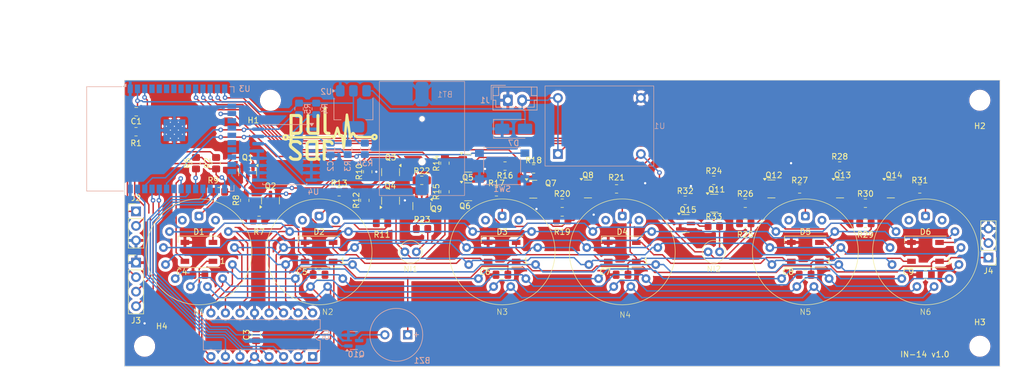
<source format=kicad_pcb>
(kicad_pcb (version 20240108) (generator "pcbnew") (generator_version "8.0")
  (layers (0 "F.Cu" signal) (31 "B.Cu" signal) (34 "B.Paste" user) (35 "F.Paste" user) (36 "B.SilkS" user "B.Silkscreen") (37 "F.SilkS" user "F.Silkscreen") (38 "B.Mask" user) (39 "F.Mask" user) (44 "Edge.Cuts" user))
  (net 0 "")
  (net 1 "+3.3V")
  (net 2 "GND")
  (net 3 "+5V")
  (net 4 "/control/IO0")
  (net 5 "/control/RX")
  (net 6 "/control/TX")
  (net 7 "L1")
  (net 9 "DIG1")
  (net 10 "DIG2")
  (net 11 "DIG3")
  (net 12 "DIG4")
  (net 13 "DIG5")
  (net 14 "DIG6")
  (net 15 "DIG7")
  (net 16 "DIG8")
  (net 17 "DIG9")
  (net 18 "DIG0")
  (net 20 "L2")
  (net 23 "L3")
  (net 26 "L4")
  (net 29 "Net-(Q1-B)")
  (net 30 "/control/EN")
  (net 31 "Net-(Q2-B)")
  (net 32 "Net-(Q3-B)")
  (net 33 "Net-(Q3-C)")
  (net 34 "Net-(Q4-B)")
  (net 35 "HV")
  (net 36 "Net-(Q4-C)")
  (net 37 "Net-(Q5-B)")
  (net 38 "Net-(Q5-C)")
  (net 39 "Net-(Q6-B)")
  (net 40 "Net-(Q6-C)")
  (net 41 "Net-(Q7-B)")
  (net 42 "Net-(Q7-C)")
  (net 43 "Net-(Q8-B)")
  (net 44 "Net-(Q8-C)")
  (net 45 "Net-(Q9-B)")
  (net 46 "Net-(Q9-C)")
  (net 47 "Net-(Q1-C)")
  (net 48 "Net-(Q2-C)")
  (net 49 "Net-(U4-~{RST})")
  (net 50 "/control/SDA")
  (net 51 "/control/SCK")
  (net 52 "A1")
  (net 53 "A2")
  (net 54 "A3")
  (net 55 "A4")
  (net 56 "IN1")
  (net 57 "IN1_1")
  (net 62 "DEC2")
  (net 63 "DEC1")
  (net 64 "DEC3")
  (net 65 "DEC0")
  (net 73 "Net-(BT1-+)")
  (net 74 "/tubes/WS2812_OUT")
  (net 77 "Net-(D1-DOUT)")
  (net 78 "Net-(D2-DOUT)")
  (net 79 "Net-(D3-DOUT)")
  (net 80 "WS2812")
  (net 81 "Net-(BZ1--)")
  (net 82 "/control/BUZZ")
  (net 83 "L5")
  (net 86 "L6")
  (net 89 "IN2_1")
  (net 90 "Net-(Q11-B)")
  (net 91 "Net-(Q11-C)")
  (net 92 "Net-(Q12-B)")
  (net 93 "Net-(Q12-C)")
  (net 94 "Net-(Q13-B)")
  (net 95 "Net-(Q13-C)")
  (net 96 "Net-(Q14-B)")
  (net 97 "Net-(Q14-C)")
  (net 98 "Net-(Q15-B)")
  (net 99 "Net-(Q15-C)")
  (net 100 "A5")
  (net 101 "A6")
  (net 102 "IN2")
  (net 103 "Net-(D4-DOUT)")
  (net 104 "Net-(D5-DOUT)")
  (net 105 "/control/BTN2")
  (footprint "Resistor_SMD:R_0805_2012Metric_Pad1.20x1.40mm_HandSolder" (layer "F.Cu") (at 102 76)
    (property "Reference" "R23")
    (property "Value" "240k")
  )
  (footprint "Package_TO_SOT_SMD:SOT-23" (layer "F.Cu") (at 183.9375 69)
    (property "Reference" "Q14")
    (property "Value" "MMBTA92")
  )
  (footprint "Resistor_SMD:R_0805_2012Metric_Pad1.20x1.40mm_HandSolder" (layer "F.Cu") (at 66 64.5 -90)
    (property "Reference" "R2")
    (property "Value" "10k")
  )
  (footprint "project_library:logo" (layer "F.Cu") (at 86 59.5)
    (property "Reference" "G***" (hide yes))
    (property "Value" "LOGO" (hide yes))
  )
  (footprint "Resistor_SMD:R_0805_2012Metric_Pad1.20x1.40mm_HandSolder" (layer "F.Cu") (at 66.5 69.5)
    (property "Reference" "R9")
    (property "Value" "10k")
  )
  (footprint "Package_TO_SOT_SMD:SOT-23" (layer "F.Cu") (at 148.0625 75.05)
    (property "Reference" "Q15")
    (property "Value" "MMBTA42")
  )
  (footprint "Package_TO_SOT_SMD:SOT-23" (layer "F.Cu") (at 75.5 71 90)
    (property "Reference" "Q2")
    (property "Value" "MMBTA92")
  )
  (footprint "Resistor_SMD:R_0805_2012Metric_Pad1.20x1.40mm_HandSolder" (layer "F.Cu") (at 179.5 71.5)
    (property "Reference" "R30")
    (property "Value" "1m")
  )
  (footprint "Package_TO_SOT_SMD:SOT-23" (layer "F.Cu") (at 121.4375 69.05)
    (property "Reference" "Q7")
    (property "Value" "MMBTA42")
  )
  (footprint "Resistor_SMD:R_0805_2012Metric_Pad1.20x1.40mm_HandSolder" (layer "F.Cu") (at 121.5 65.5)
    (property "Reference" "R18")
    (property "Value" "3.3k")
  )
  (footprint "Capacitor_SMD:C_0805_2012Metric_Pad1.18x1.45mm_HandSolder" (layer "F.Cu") (at 63 84 180)
    (property "Reference" "C4")
    (property "Value" "100nF")
  )
  (footprint "LED_SMD:LED_WS2812B_PLCC4_5.0x5.0mm_P3.2mm" (layer "F.Cu") (at 169 80 180)
    (property "Reference" "D5")
    (property "Value" "WS2812B")
  )
  (footprint "Resistor_SMD:R_0805_2012Metric_Pad1.20x1.40mm_HandSolder" (layer "F.Cu") (at 73.5 74.5)
    (property "Reference" "R7")
    (property "Value" "10k")
  )
  (footprint "Package_TO_SOT_SMD:SOT-23" (layer "F.Cu") (at 175.0625 69)
    (property "Reference" "Q13")
    (property "Value" "MMBTA42")
  )
  (footprint "LED_SMD:LED_WS2812B_PLCC4_5.0x5.0mm_P3.2mm" (layer "F.Cu") (at 190 80 180)
    (property "Reference" "D6")
    (property "Value" "WS2812B")
  )
  (footprint "Package_TO_SOT_SMD:SOT-23" (layer "F.Cu") (at 96.5 71.0625 90)
    (property "Reference" "Q4")
    (property "Value" "MMBTA92")
  )
  (footprint "MountingHole:MountingHole_3.2mm_M3" (layer "F.Cu") (at 53.5 96.5)
    (property "Reference" "H4")
    (property "Value" "MountingHole")
  )
  (footprint "Connector_PinHeader_2.54mm:PinHeader_1x03_P2.54mm_Vertical" (layer "F.Cu") (at 201 81 180)
    (property "Reference" "J4")
    (property "Value" "Conn_01x02_Pin")
  )
  (footprint "Resistor_SMD:R_0805_2012Metric_Pad1.20x1.40mm_HandSolder" (layer "F.Cu") (at 175 65)
    (property "Reference" "R28")
    (property "Value" "3.3k")
  )
  (footprint "Package_TO_SOT_SMD:SOT-23" (layer "F.Cu") (at 163.0625 69)
    (property "Reference" "Q12")
    (property "Value" "MMBTA92")
  )
  (footprint "Package_TO_SOT_SMD:SOT-23" (layer "F.Cu") (at 110.0625 64.5)
    (property "Reference" "Q5")
    (property "Value" "MMBTA42")
  )
  (footprint "Connector_PinHeader_2.54mm:PinHeader_1x04_P2.54mm_Vertical" (layer "F.Cu") (at 52 81.88)
    (property "Reference" "J3")
    (property "Value" "Conn_01x06_Pin")
  )
  (footprint "Resistor_SMD:R_0805_2012Metric_Pad1.20x1.40mm_HandSolder" (layer "F.Cu") (at 87.5 69.5)
    (property "Reference" "R13")
    (property "Value" "10k")
  )
  (footprint "Capacitor_SMD:C_0805_2012Metric_Pad1.18x1.45mm_HandSolder" (layer "F.Cu") (at 190 84 180)
    (property "Reference" "C9")
    (property "Value" "100nF")
  )
  (footprint "Resistor_SMD:R_0805_2012Metric_Pad1.20x1.40mm_HandSolder" (layer "F.Cu") (at 168 69 180)
    (property "Reference" "R27")
    (property "Value" "10k")
  )
  (footprint "Resistor_SMD:R_0805_2012Metric_Pad1.20x1.40mm_HandSolder" (layer "F.Cu") (at 52 59)
    (property "Reference" "R1")
    (property "Value" "10k")
  )
  (footprint "project_library:IN-14_nixie_tube" (layer "F.Cu") (at 116 80)
    (property "Reference" "N3")
    (property "Value" "IN-14 nixie tube")
  )
  (footprint "Package_TO_SOT_SMD:SOT-23" (layer "F.Cu") (at 110.0625 69.5)
    (property "Reference" "Q6")
    (property "Value" "MMBTA92")
  )
  (footprint "Package_TO_SOT_SMD:SOT-23" (layer "F.Cu") (at 71.5 66.0625 -90)
    (property "Reference" "Q1")
    (property "Value" "MMBTA42")
  )
  (footprint "Resistor_SMD:R_0805_2012Metric_Pad1.20x1.40mm_HandSolder" (layer "F.Cu") (at 115 69.5 180)
    (property "Reference" "R17")
    (property "Value" "10k")
  )
  (footprint "Capacitor_SMD:C_0805_2012Metric_Pad1.18x1.45mm_HandSolder" (layer "F.Cu") (at 73 94.5 90)
    (property "Reference" "C3")
    (property "Value" "100nF")
  )
  (footprint "Resistor_SMD:R_0805_2012Metric_Pad1.20x1.40mm_HandSolder" (layer "F.Cu") (at 95 75)
    (property "Reference" "R11")
    (property "Value" "10k")
  )
  (footprint "project_library:IN-14_nixie_tube" (layer "F.Cu") (at 84 80)
    (property "Reference" "N2")
    (property "Value" "IN-14 nixie tube")
  )
  (footprint "Resistor_SMD:R_0805_2012Metric_Pad1.20x1.40mm_HandSolder" (layer "F.Cu") (at 148 71)
    (property "Reference" "R32")
    (property "Value" "3.3k")
  )
  (footprint "project_library:IN-14_nixie_tube" (layer "F.Cu") (at 137 80)
    (property "Reference" "N4")
    (property "Value" "IN-14 nixie tube")
  )
  (footprint "Resistor_SMD:R_0805_2012Metric_Pad1.20x1.40mm_HandSolder" (layer "F.Cu") (at 106 64.5 90)
    (property "Reference" "R14")
    (property "Value" "3.3k")
  )
  (footprint "Resistor_SMD:R_0805_2012Metric_Pad1.20x1.40mm_HandSolder" (layer "F.Cu") (at 126.5 71.5)
    (property "Reference" "R20")
    (property "Value" "1m")
  )
  (footprint "Package_TO_SOT_SMD:SOT-23" (layer "F.Cu") (at 96.5 66.0625 -90)
    (property "Reference" "Q3")
    (property "Value" "MMBTA42")
  )
  (footprint "Capacitor_SMD:C_0805_2012Metric_Pad1.18x1.45mm_HandSolder" (layer "F.Cu") (at 168.9625 84 180)
    (property "Reference" "C8")
    (property "Value" "100nF")
  )
  (footprint "project_library:IN-3_indicator" (layer "F.Cu") (at 153 80)
    (property "Reference" "NI2")
    (property "Value" "~")
  )
  (footprint "Resistor_SMD:R_0805_2012Metric_Pad1.20x1.40mm_HandSolder" (layer "F.Cu") (at 126.5 74.5)
    (property "Reference" "R19")
    (property "Value" "10k")
  )
  (footprint "Resistor_SMD:R_0805_2012Metric_Pad1.20x1.40mm_HandSolder" (layer "F.Cu") (at 101.95 67.5)
    (property "Reference" "R22")
    (property "Value" "3.3k")
  )
  (footprint "Connector_PinHeader_2.54mm:PinHeader_1x03_P2.54mm_Vertical" (layer "F.Cu") (at 52 72.92)
    (property "Reference" "J2")
    (property "Value" "Conn_01x02_Pin")
  )
  (footprint "project_library:IN-14_nixie_tube" (layer "F.Cu") (at 169 80)
    (property "Reference" "N5")
    (property "Value" "IN-14 nixie tube")
  )
  (footprint "LED_SMD:LED_WS2812B_PLCC4_5.0x5.0mm_P3.2mm" (layer "F.Cu") (at 116 80 180)
    (property "Reference" "D3")
    (property "Value" "WS2812B")
  )
  (footprint "Capacitor_SMD:C_0805_2012Metric_Pad1.18x1.45mm_HandSolder" (layer "F.Cu") (at 84 84 180)
    (property "Reference" "C5")
    (property "Value" "100nF")
  )
  (footprint "Resistor_SMD:R_0805_2012Metric_Pad1.20x1.40mm_HandSolder" (layer "F.Cu") (at 189 69 180)
    (property "Reference" "R31")
    (property "Value" "10k")
  )
  (footprint "MountingHole:MountingHole_3.2mm_M3" (layer "F.Cu") (at 199.5 53.5)
    (property "Reference" "H2")
    (property "Value" "MountingHole")
  )
  (footprint "Resistor_SMD:R_0805_2012Metric_Pad1.20x1.40mm_HandSolder" (layer "F.Cu") (at 92.5 66 90)
    (property "Reference" "R10")
    (property "Value" "3.3k")
  )
  (footprint "Resistor_SMD:R_0805_2012Metric_Pad1.20x1.40mm_HandSolder" (layer "F.Cu") (at 179.5 75)
    (property "Reference" "R29")
    (property "Value" "10k")
  )
  (footprint "Resistor_SMD:R_0805_2012Metric_Pad1.20x1.40mm_HandSolder" (layer "F.Cu") (at 158.5 71.5)
    (property "Reference" "R26")
    (property "Value" "1m")
  )
  (footprint "LED_SMD:LED_WS2812B_PLCC4_5.0x5.0mm_P3.2mm" (layer "F.Cu") (at 137 80 180)
    (property "Reference" "D4")
    (property "Value" "WS2812B")
  )
  (footprint "project_library:IN-14_nixie_tube" (layer "F.Cu") (at 190 80)
    (property "Reference" "N6")
    (property "Value" "IN-14 nixie tube")
  )
  (footprint "LED_SMD:LED_WS2812B_PLCC4_5.0x5.0mm_P3.2mm" (layer "F.Cu") (at 63 80 180)
    (property "Reference" "D1")
    (property "Value" "WS2812B")
  )
  (footprint "Resistor_SMD:R_0805_2012Metric_Pad1.20x1.40mm_HandSolder" (layer "F.Cu") (at 153 67.5)
    (property "Reference" "R24")
    (property "Value" "3.3k")
  )
  (footprint "Resistor_SMD:R_0805_2012Metric_Pad1.20x1.40mm_HandSolder" (layer "F.Cu") (at 153 75.5)
    (property "Reference" "R33")
    (property "Value" "240k")
  )
  (footprint "LED_SMD:LED_WS2812B_PLCC4_5.0x5.0mm_P3.2mm" (layer "F.Cu") (at 84 80 180)
    (property "Reference" "D2")
    (property "Value" "WS2812B")
  )
  (footprint "project_library:IN-3_indicator" (layer "F.Cu") (at 100 80)
    (property "Reference" "NI1")
    (property "Value" "~")
  )
  (footprint "project_library:IN-14_nixie_tube" (layer "F.Cu") (at 63 80)
    (property "Reference" "N1")
    (property "Value" "IN-14 nixie tube")
  )
  (footprint "Resistor_SMD:R_0805_2012Metric_Pad1.20x1.40mm_HandSolder" (layer "F.Cu") (at 158.5 75)
    (property "Reference" "R25")
    (property "Value" "10k")
  )
  (footprint "Resistor_SMD:R_0805_2012Metric_Pad1.20x1.40mm_HandSolder" (layer "F.Cu") (at 136 69 180)
    (property "Reference" "R21")
    (property "Value" "10k")
  )
  (footprint "Resistor_SMD:R_0805_2012Metric_Pad1.20x1.40mm_HandSolder" (layer "F.Cu") (at 71 71 -90)
    (property "Reference" "R8")
    (property "Value" "1m")
  )
  (footprint "Resistor_SMD:R_0805_2012Metric_Pad1.20x1.40mm_HandSolder" (layer "F.Cu") (at 106 69.5 -90)
    (property "Reference" "R15")
    (property "Value" "10k")
  )
  (footprint "Capacitor_SMD:C_0805_2012Metric_Pad1.18x1.45mm_HandSolder" (layer "F.Cu") (at 115.9625 84 180)
    (property "Reference" "C6")
    (property "Value" "100nF")
  )
  (footprint "Resistor_SMD:R_0805_2012Metric_Pad1.20x1.40mm_HandSolder" (layer "F.Cu") (at 62.484 64.5 90)
    (property "Reference" "R6")
    (property "Value" "3.3k")
  )
  (footprint "Capacitor_SMD:C_0805_2012Metric_Pad1.18x1.45mm_HandSolder" (layer "F.Cu") (at 136.9625 84 180)
    (property "Reference" "C7")
    (property "Value" "100nF")
  )
  (footprint "MountingHole:MountingHole_3.2mm_M3" (layer "F.Cu") (at 199.5 96.5)
    (property "Reference" "H3")
    (property "Value" "MountingHole")
  )
  (footprint "Resistor_SMD:R_0805_2012Metric_Pad1.20x1.40mm_HandSolder" (layer "F.Cu") (at 116.5 65 180)
    (property "Reference" "R16")
    (property "Value" "1m")
  )
  (footprint "MountingHole:MountingHole_3.2mm_M3" (layer "F.Cu") (at 75.5 53.5)
    (property "Reference" "H1")
    (property "Value" "MountingHole")
  )
  (footprint "Package_TO_SOT_SMD:SOT-23" (layer "F.Cu") (at 153.0625 71.5)
    (property "Reference" "Q11")
    (property "Value" "MMBTA42")
  )
  (footprint "Resistor_SMD:R_0805_2012Metric_Pad1.20x1.40mm_HandSolder" (layer "F.Cu") (at 92 71 -90)
    (property "Reference" "R12")
    (property "Value" "1m")
  )
  (footprint "Package_TO_SOT_SMD:SOT-23" (layer "F.Cu") (at 101.95 72 -90)
    (property "Reference" "Q9")
    (property "Value" "MMBTA42")
  )
  (footprint "Capacitor_SMD:C_0805_2012Metric_Pad1.18x1.45mm_HandSolder" (layer "F.Cu") (at 52.0375 55.5 180)
    (property "Reference" "C1")
    (property "Value" "100nF")
  )
  (footprint "Package_TO_SOT_SMD:SOT-23" (layer "F.Cu") (at 131 69)
    (property "Reference" "Q8")
    (property "Value" "MMBTA92")
  )
  (footprint "Package_DIP:DIP-16_W7.62mm" (layer "B.Cu") (at 82.875 98.3 90)
    (property "Reference" "U5")
    (property "Value" "74141")
  )
  (footprint "Connector_JST:JST_EH_B2B-EH-A_1x02_P2.50mm_Vertical" (layer "B.Cu") (at 117 53.5)
    (property "Reference" "J1")
    (property "Value" "Conn_01x02_Pin")
  )
  (footprint "Button_Switch_SMD:SW_Push_1P1T_NO_6x6mm_H9.5mm" (layer "B.Cu") (at 116 65)
    (property "Reference" "SW1")
    (property "Value" "SW_Push")
  )
  (footprint "Package_TO_SOT_SMD:SOT-23" (layer "B.Cu") (at 90.0625 95.5)
    (property "Reference" "Q10")
    (property "Value" "2N7002")
  )
  (footprint "Package_TO_SOT_SMD:SOT-223-3_TabPin2" (layer "B.Cu") (at 90 55 -90)
    (property "Reference" "U2")
    (property "Value" "AMS1117-3.3")
  )
  (footprint "Package_SO:SOIC-16W_7.5x10.3mm_P1.27mm" (layer "B.Cu") (at 78 63 180)
    (property "Reference" "U4")
    (property "Value" "DS3231M")
  )
  (footprint "Resistor_SMD:R_0805_2012Metric_Pad1.20x1.40mm_HandSolder" (layer "B.Cu") (at 83.5 55 -90)
    (property "Reference" "R4")
    (property "Value" "3.3k")
  )
  (footprint "Resistor_SMD:R_0805_2012Metric_Pad1.20x1.40mm_HandSolder" (layer "B.Cu") (at 89 62 -90)
    (property "Reference" "R3")
    (property "Value" "10k")
  )
  (footprint "Resistor_SMD:R_0805_2012Metric_Pad1.20x1.40mm_HandSolder" (layer "B.Cu") (at 80.5 55 -90)
    (property "Reference" "R5")
    (property "Value" "3.3k")
  )
  (footprint "Buzzer_Beeper:MagneticBuzzer_PUI_AT-0927-TT-6-R" (layer "B.Cu") (at 99.5 94.5 180)
    (property "Reference" "BZ1")
    (property "Value" "Buzzer")
  )
  (footprint "RF_Module:ESP32-WROOM-32D" (layer "B.Cu") (at 59.24 60.25 -90)
    (property "Reference" "U3")
    (property "Value" "ESP32-WROOM-32D")
  )
  (footprint "Resistor_SMD:R_0805_2012Metric_Pad1.20x1.40mm_HandSolder" (layer "B.Cu") (at 92 62 -90)
    (property "Reference" "R34")
    (property "Value" "10k")
  )
  (footprint "Diode_SMD:D_SMA" (layer "B.Cu") (at 118 58.5)
    (property "Reference" "D7")
    (property "Value" "SMAJ5.0CA")
  )
  (footprint "project_library:CR1220_battery_holder" (layer "B.Cu") (at 102 60.5 180)
    (property "Reference" "BT1")
    (property "Value" "Battery_Cell")
    (fp_circle (center 0 3.75) (end 0.5 3.75) (stroke (width 0.05)) (fill none) (layer "Edge.Cuts"))
    (fp_circle (center 0 -3.75) (end 0.65 -3.75) (stroke (width 0.05)) (fill none) (layer "Edge.Cuts"))
  )
  (footprint "project_library:max668_boost_regulator" (layer "B.Cu") (at 133 58)
    (property "Reference" "U1")
    (property "Value" "max688 boost regulator 5 to 170 V")
  )
  (footprint "Capacitor_SMD:C_0805_2012Metric_Pad1.18x1.45mm_HandSolder" (layer "B.Cu") (at 86 62.0375 -90)
    (property "Reference" "C2")
    (property "Value" "100nF")
  )
  (gr_line (start 50 100) (end 50 50) (stroke (width 0.1)) (layer "Edge.Cuts"))
  (gr_line (start 203 50) (end 203 100) (stroke (width 0.1)) (layer "Edge.Cuts"))
  (gr_line (start 50 100) (end 203 100) (stroke (width 0.1)) (layer "Edge.Cuts"))
  (gr_line (start 50 50) (end 203 50) (stroke (width 0.1)) (layer "Edge.Cuts"))
  (gr_text "IN-14 v1.0" (at 185.5 98.5 0) (layer "F.SilkS") (effects (font (size 1 1)) (justify left bottom)))
  (segment (start 52.26 53.594) (end 52.26 54.685) (width 0.25) (layer "F.Cu") (net 1))
  (segment (start 66 63.5) (end 65 62.5) (width 0.25) (layer "F.Cu") (net 1))
  (segment (start 50.5 62.5) (end 50.5 60.5) (width 0.25) (layer "F.Cu") (net 1))
  (segment (start 50.5 60.5) (end 51 60) (width 0.25) (layer "F.Cu") (net 1))
  (segment (start 53.075 56.925) (end 53.075 55.5) (width 0.25) (layer "F.Cu") (net 1))
  (segment (start 65 62.5) (end 50.5 62.5) (width 0.25) (layer "F.Cu") (net 1))
  (segment (start 50.58 72.92) (end 50.5 73) (width 0.25) (layer "F.Cu") (net 1))
  (segment (start 51 60) (end 51 59) (width 0.25) (layer "F.Cu") (net 1))
  (segment (start 51 59) (end 53.075 56.925) (width 0.25) (layer "F.Cu") (net 1))
  (segment (start 52.26 54.685) (end 53.075 55.5) (width 0.25) (layer "F.Cu") (net 1))
  (segment (start 50.5 82.92) (end 50.5 73) (width 0.25) (layer "F.Cu") (net 1))
  (segment (start 52 84.42) (end 50.5 82.92) (width 0.25) (layer "F.Cu") (net 1))
  (segment (start 50.5 73) (end 50.5 62.5) (width 0.25) (layer "F.Cu") (net 1))
  (segment (start 52 72.92) (end 50.58 72.92) (width 0.25) (layer "F.Cu") (net 1))
  (via (at 52.26 53.594) (size 0.8) (drill 0.4) (layers "F.Cu" "B.Cu") (net 1))
  (segment (start 90 54) (end 90 58.15) (width 0.25) (layer "B.Cu") (net 1))
  (segment (start 52.26 53.594) (end 52.26 51.5) (width 0.25) (layer "B.Cu") (net 1))
  (segment (start 86 61) (end 89 61) (width 0.25) (layer "B.Cu") (net 1))
  (segment (start 79 55.5) (end 80.5 54) (width 0.25) (layer "B.Cu") (net 1))
  (segment (start 89 61) (end 89 59.15) (width 0.25) (layer "B.Cu") (net 1))
  (segment (start 71.765 53.765) (end 73.5 55.5) (width 0.25) (layer "B.Cu") (net 1))
  (segment (start 86 61) (end 85 61) (width 0.25) (layer "B.Cu") (net 1))
  (segment (start 85 61) (end 83.825 59.825) (width 0.25) (layer "B.Cu") (net 1))
  (segment (start 91 61) (end 90 60) (width 0.25) (layer "B.Cu") (net 1))
  (segment (start 83.5 54) (end 90 54) (width 0.25) (layer "B.Cu") (net 1))
  (segment (start 53.068695 53.594) (end 53.239695 53.765) (width 0.25) (layer "B.Cu") (net 1))
  (segment (start 52.26 53.594) (end 53.068695 53.594) (width 0.25) (layer "B.Cu") (net 1))
  (segment (start 90 60) (end 90 58.15) (width 0.25) (layer "B.Cu") (net 1))
  (segment (start 73.5 55.5) (end 79 55.5) (width 0.25) (layer "B.Cu") (net 1))
  (segment (start 89 59.15) (end 90 58.15) (width 0.25) (layer "B.Cu") (net 1))
  (segment (start 80.5 54) (end 83.5 54) (width 0.25) (layer "B.Cu") (net 1))
  (segment (start 90 51.85) (end 90 54) (width 0.25) (layer "B.Cu") (net 1))
  (segment (start 83.825 59.825) (end 82.65 59.825) (width 0.25) (layer "B.Cu") (net 1))
  (segment (start 53.239695 53.765) (end 71.765 53.765) (width 0.25) (layer "B.Cu") (net 1))
  (segment (start 92 61) (end 91 61) (width 0.25) (layer "B.Cu") (net 1))
  (via (at 132 73.5) (size 0.8) (drill 0.4) (layers "F.Cu" "B.Cu") (net 2))
  (via (at 166.5 64.5) (size 0.8) (drill 0.4) (layers "F.Cu" "B.Cu") (net 2))
  (via (at 149 68.5) (size 0.8) (drill 0.4) (layers "F.Cu" "B.Cu") (net 2))
  (via (at 122 72.5) (size 0.8) (drill 0.4) (layers "F.Cu" "B.Cu") (net 2))
  (via (at 141 68) (size 0.8) (drill 0.4) (layers "F.Cu" "B.Cu") (net 2))
  (via (at 113 65.5) (size 0.8) (drill 0.4) (layers "F.Cu" "B.Cu") (net 2))
  (via (at 99 71) (size 0.8) (drill 0.4) (layers "F.Cu" "B.Cu") (net 2))
  (via (at 94 66) (size 0.8) (drill 0.4) (layers "F.Cu" "B.Cu") (net 2))
  (via (at 53.5 92.5) (size 0.8) (drill 0.4) (layers "F.Cu" "B.Cu") (net 2))
  (segment (start 118.45 81.65) (end 119.65 81.65) (width 0.25) (layer "F.Cu") (net 3))
  (segment (start 142 62.5) (end 141 61.5) (width 0.25) (layer "F.Cu") (net 3))
  (segment (start 73.915 99.5) (end 84 99.5) (width 0.25) (layer "F.Cu") (net 3))
  (segment (start 117 82.5) (end 117 82) (width 0.25) (layer "F.Cu") (net 3))
  (segment (start 64.704009 99.5) (end 63.05 97.845991) (width 0.25) (layer "F.Cu") (net 3))
  (segment (start 170.35 81.65) (end 171.45 81.65) (width 0.25) (layer "F.Cu") (net 3))
  (segment (start 131.696719 83.303281) (end 132.5 82.5) (width 0.25) (layer "F.Cu") (net 3))
  (segment (start 117 82) (end 117.35 81.65) (width 0.25) (layer "F.Cu") (net 3))
  (segment (start 191.0375 84) (end 191.0375 82.5) (width 0.25) (layer "F.Cu") (net 3))
  (segment (start 63.05 82.95) (end 64.35 81.65) (width 0.25) (layer "F.Cu") (net 3))
  (segment (start 64.35 81.65) (end 65.45 81.65) (width 0.25) (layer "F.Cu") (net 3))
  (segment (start 139.45 81.65) (end 139.45 81.05) (width 0.25) (layer "F.Cu") (net 3))
  (segment (start 193.85 81.65) (end 194.5 81) (width 0.25) (layer "F.Cu") (net 3))
  (segment (start 185.075 83.5) (end 186.075 82.5) (width 0.25) (layer "F.Cu") (net 3))
  (segment (start 194.5 81) (end 201 81) (width 0.25) (layer "F.Cu") (net 3))
  (segment (start 112.496424 82.5) (end 117 82.5) (width 0.25) (layer "F.Cu") (net 3))
  (segment (start 174.5 83.5) (end 185.075 83.5) (width 0.25) (layer "F.Cu") (net 3))
  (segment (start 73 95.5375) (end 73 98.015) (width 0.25) (layer "F.Cu") (net 3))
  (segment (start 141 61.5) (end 127.15 61.5) (width 0.25) (layer "F.Cu") (net 3))
  (segment (start 63.05 97.845991) (end 63.05 84) (width 0.25) (layer "F.Cu") (net 3))
  (segment (start 142 63.474695) (end 142 62.5) (width 0.25) (layer "F.Cu") (net 3))
  (segment (start 73 98.015) (end 72.715 98.3) (width 0.25) (layer "F.Cu") (net 3))
  (segment (start 72.715 98.3) (end 71.515 99.5) (width 0.25) (layer "F.Cu") (net 3))
  (segment (start 86.582723 81.782723) (end 86.45 81.65) (width 0.25) (layer "F.Cu") (net 3))
  (segment (start 170 82.425) (end 170 82) (width 0.25) (layer "F.Cu") (net 3))
  (segment (start 192.45 81.65) (end 193.85 81.65) (width 0.25) (layer "F.Cu") (net 3))
  (segment (start 139.45 81.05) (end 138.375 79.975) (width 0.25) (layer "F.Cu") (net 3))
  (segment (start 138.375 79.975) (end 138.375 67.099695) (width 0.25) (layer "F.Cu") (net 3))
  (segment (start 186.075 82.5) (end 191.0375 82.5) (width 0.25) (layer "F.Cu") (net 3))
  (segment (start 170 84) (end 170 82) (width 0.25) (layer "F.Cu") (net 3))
  (segment (start 87.65 81.65) (end 90.5 84.5) (width 0.25) (layer "F.Cu") (net 3))
  (segment (start 71.515 99.5) (end 64.704009 99.5) (width 0.25) (layer "F.Cu") (net 3))
  (segment (start 163.908808 83.591192) (end 165.075 82.425) (width 0.25) (layer "F.Cu") (net 3))
  (segment (start 138.35 81.65) (end 139.45 81.65) (width 0.25) (layer "F.Cu") (net 3))
  (segment (start 90.5 84.5) (end 99.5 84.5) (width 0.25) (layer "F.Cu") (net 3))
  (segment (start 85.0375 84) (end 86.582723 84) (width 0.25) (layer "F.Cu") (net 3))
  (segment (start 142.681512 83.591192) (end 163.908808 83.591192) (width 0.25) (layer "F.Cu") (net 3))
  (segment (start 138 82.5) (end 138 82) (width 0.25) (layer "F.Cu") (net 3))
  (segment (start 171.45 81.65) (end 172.65 81.65) (width 0.25) (layer "F.Cu") (net 3))
  (segment (start 110.496424 84.5) (end 112.496424 82.5) (width 0.25) (layer "F.Cu") (net 3))
  (segment (start 64.0375 84) (end 63.05 84) (width 0.25) (layer "F.Cu") (net 3))
  (segment (start 117.35 81.65) (end 118.45 81.65) (width 0.25) (layer "F.Cu") (net 3))
  (segment (start 138 84) (end 138 82.5) (width 0.25) (layer "F.Cu") (net 3))
  (segment (start 127.15 61.5) (end 125.75 62.9) (width 0.25) (layer "F.Cu") (net 3))
  (segment (start 165.075 82.425) (end 170 82.425) (width 0.25) (layer "F.Cu") (net 3))
  (segment (start 121.303281 83.303281) (end 131.696719 83.303281) (width 0.25) (layer "F.Cu") (net 3))
  (segment (start 63.05 84) (end 63.05 82.95) (width 0.25) (layer "F.Cu") (net 3))
  (segment (start 140.74032 81.65) (end 142.681512 83.591192) (width 0.25) (layer "F.Cu") (net 3))
  (segment (start 172.65 81.65) (end 174.5 83.5) (width 0.25) (layer "F.Cu") (net 3))
  (segment (start 86.582723 96.917277) (end 86.582723 84) (width 0.25) (layer "F.Cu") (net 3))
  (segment (start 86.582723 84) (end 86.582723 81.782723) (width 0.25) (layer "F.Cu") (net 3))
  (segment (start 72.715 98.3) (end 73.915 99.5) (width 0.25) (layer "F.Cu") (net 3))
  (segment (start 191.35 81.65) (end 192.45 81.65) (width 0.25) (layer "F.Cu") (net 3))
  (segment (start 84 99.5) (end 86.582723 96.917277) (width 0.25) (layer "F.Cu") (net 3))
  (segment (start 119.65 81.65) (end 121.303281 83.303281) (width 0.25) (layer "F.Cu") (net 3))
  (segment (start 86.45 81.65) (end 87.65 81.65) (width 0.25) (layer "F.Cu") (net 3))
  (segment (start 191.0375 81.9625) (end 191.35 81.65) (width 0.25) (layer "F.Cu") (net 3))
  (segment (start 139.45 81.65) (end 140.74032 81.65) (width 0.25) (layer "F.Cu") (net 3))
  (segment (start 191.0375 82.5) (end 191.0375 81.9625) (width 0.25) (layer "F.Cu") (net 3))
  (segment (start 138.375 67.099695) (end 142 63.474695) (width 0.25) (layer "F.Cu") (net 3))
  (segment (start 138 82) (end 138.35 81.65) (width 0.25) (layer "F.Cu") (net 3))
  (segment (start 99.5 84.5) (end 110.496424 84.5) (width 0.25) (layer "F.Cu") (net 3))
  (segment (start 99.5 94.5) (end 99.5 84.5) (width 0.25) (layer "F.Cu") (net 3))
  (segment (start 132.5 82.5) (end 138 82.5) (width 0.25) (layer "F.Cu") (net 3))
  (segment (start 117 84) (end 117 82.5) (width 0.25) (layer "F.Cu") (net 3))
  (segment (start 170 82) (end 170.35 81.65) (width 0.25) (layer "F.Cu") (net 3))
  (segment (start 125.75 53.1) (end 125.75 62.9) (width 0.25) (layer "B.Cu") (net 3))
  (segment (start 93.35 51.85) (end 96.5 55) (width 0.25) (layer "B.Cu") (net 3))
  (segment (start 120 55.5) (end 119.5 55) (width 0.25) (layer "B.Cu") (net 3))
  (segment (start 120 58.5) (end 120 55.5) (width 0.25) (layer "B.Cu") (net 3))
  (segment (start 92.3 51.85) (end 93.35 51.85) (width 0.25) (layer "B.Cu") (net 3))
  (segment (start 124 53.5) (end 124.4 53.1) (width 0.25) (layer "B.Cu") (net 3))
  (segment (start 124.4 53.1) (end 125.75 53.1) (width 0.25) (layer "B.Cu") (net 3))
  (segment (start 119.5 55) (end 119.5 53.5) (width 0.25) (layer "B.Cu") (net 3))
  (segment (start 96.5 55) (end 119.5 55) (width 0.25) (layer "B.Cu") (net 3))
  (segment (start 119.5 53.5) (end 124 53.5) (width 0.25) (layer "B.Cu") (net 3))
  (segment (start 51.775 70.275) (end 53.5 72) (width 0.25) (layer "F.Cu") (net 4))
  (segment (start 52.04 75.46) (end 52 75.46) (width 0.25) (layer "F.Cu") (net 4))
  (segment (start 51.775 66.699695) (end 51.775 70.275) (width 0.25) (layer "F.Cu") (net 4))
  (segment (start 66.5 67) (end 66 66.5) (width 0.25) (layer "F.Cu") (net 4))
  (segment (start 53.5 74) (end 52.04 75.46) (width 0.25) (layer "F.Cu") (net 4))
  (segment (start 66 65.5) (end 64.863604 65.5) (width 0.25) (layer "F.Cu") (net 4))
  (segment (start 63.931802 64.568198) (end 53.906497 64.568198) (width 0.25) (layer "F.Cu") (net 4))
  (segment (start 67 67) (end 66.5 67) (width 0.25) (layer "F.Cu") (net 4))
  (segment (start 53.906497 64.568198) (end 51.775 66.699695) (width 0.25) (layer "F.Cu") (net 4))
  (segment (start 64.863604 65.5) (end 63.931802 64.568198) (width 0.25) (layer "F.Cu") (net 4))
  (segment (start 66 66.5) (end 66 65.5) (width 0.25) (layer "F.Cu") (net 4))
  (segment (start 53.5 72) (end 53.5 74) (width 0.25) (layer "F.Cu") (net 4))
  (via (at 67 67) (size 0.8) (drill 0.4) (layers "F.Cu" "B.Cu") (net 4))
  (segment (start 67 67) (end 67.5 67.5) (width 0.25) (layer "B.Cu") (net 4))
  (segment (start 67.5 67.5) (end 67.5 69) (width 0.25) (layer "B.Cu") (net 4))
  (segment (start 52 89.5) (end 55 86.5) (width 0.25) (layer "F.Cu") (net 5))
  (segment (start 55 75) (end 56 74) (width 0.25) (layer "F.Cu") (net 5))
  (segment (start 55 86.5) (end 55 75) (width 0.25) (layer "F.Cu") (net 5))
  (segment (start 56 74) (end 56 71) (width 0.25) (layer "F.Cu") (net 5))
  (via (at 56 71) (size 0.8) (drill 0.4) (layers "F.Cu" "B.Cu") (net 5))
  (segment (start 56.07 70.93) (end 56.07 69) (width 0.25) (layer "B.Cu") (net 5))
  (segment (start 56 71) (end 56.07 70.93) (width 0.25) (layer "B.Cu") (net 5))
  (segment (start 55 71.018047) (end 55 73.5) (width 0.25) (layer "F.Cu") (net 6))
  (segment (start 54.978323 70.99637) (end 55 71.018047) (width 0.25) (layer "F.Cu") (net 6))
  (segment (start 55 73.5) (end 54.5 74) (width 0.25) (layer "F.Cu") (net 6))
  (segment (start 54.5 84.46) (end 52 86.96) (width 0.25) (layer "F.Cu") (net 6))
  (segment (start 54.5 74) (end 54.5 84.46) (width 0.25) (layer "F.Cu") (net 6))
  (via (at 54.978323 70.99637) (size 0.8) (drill 0.4) (layers "F.Cu" "B.Cu") (net 6))
  (segment (start 54.8 70.818047) (end 54.8 69) (width 0.25) (layer "B.Cu") (net 6))
  (segment (start 54.978323 70.99637) (end 54.8 70.818047) (width 0.25) (layer "B.Cu") (net 6))
  (segment (start 63 73.75) (end 65.5 71.25) (width 0.25) (layer "F.Cu") (net 7))
  (segment (start 65.5 71.25) (end 65.5 69.5) (width 0.25) (layer "F.Cu") (net 7))
  (segment (start 75.255 90.68) (end 75.255 78.245) (width 0.25) (layer "F.Cu") (net 9))
  (segment (start 77.050405 76.449595) (end 78.856351 76.449595) (width 0.25) (layer "F.Cu") (net 9))
  (segment (start 57.856351 76.449595) (end 57.906756 76.5) (width 0.25) (layer "F.Cu") (net 9))
  (segment (start 75.255 78.245) (end 77.050405 76.449595) (width 0.25) (layer "F.Cu") (net 9))
  (segment (start 141.5 75) (end 162.406756 75) (width 0.25) (layer "B.Cu") (net 9))
  (segment (start 119.050405 76.449595) (end 120.5 75) (width 0.25) (layer "B.Cu") (net 9))
  (segment (start 130.406756 75) (end 131.856351 76.449595) (width 0.25) (layer "B.Cu") (net 9))
  (segment (start 163.856351 76.449595) (end 172.050405 76.449595) (width 0.25) (layer "B.Cu") (net 9))
  (segment (start 132.61835 75.687596) (end 140.812404 75.687596) (width 0.25) (layer "B.Cu") (net 9))
  (segment (start 183.406756 75) (end 184.856351 76.449595) (width 0.25) (layer "B.Cu") (net 9))
  (segment (start 88.5 75) (end 109.406756 75) (width 0.25) (layer "B.Cu") (net 9))
  (segment (start 67.453835 75) (end 77.406756 75) (width 0.25) (layer "B.Cu") (net 9))
  (segment (start 109.406756 75) (end 110.856351 76.449595) (width 0.25) (layer "B.Cu") (net 9))
  (segment (start 57.906756 76.5) (end 65.953835 76.5) (width 0.25) (layer "B.Cu") (net 9))
  (segment (start 172.050405 76.449595) (end 173.5 75) (width 0.25) (layer "B.Cu") (net 9))
  (segment (start 162.406756 75) (end 163.856351 76.449595) (width 0.25) (layer "B.Cu") (net 9))
  (segment (start 110.856351 76.449595) (end 119.050405 76.449595) (width 0.25) (layer "B.Cu") (net 9))
  (segment (start 131.856351 76.449595) (end 132.61835 75.687596) (width 0.25) (layer "B.Cu") (net 9))
  (segment (start 87.050405 76.449595) (end 88.5 75) (width 0.25) (layer "B.Cu") (net 9))
  (segment (start 140.812404 75.687596) (end 141.5 75) (width 0.25) (layer "B.Cu") (net 9))
  (segment (start 65.953835 76.5) (end 67.453835 75) (width 0.25) (layer "B.Cu") (net 9))
  (segment (start 173.5 75) (end 183.406756 75) (width 0.25) (layer "B.Cu") (net 9))
  (segment (start 78.856351 76.449595) (end 87.050405 76.449595) (width 0.25) (layer "B.Cu") (net 9))
  (segment (start 77.406756 75) (end 78.856351 76.449595) (width 0.25) (layer "B.Cu") (net 9))
  (segment (start 120.5 75) (end 130.406756 75) (width 0.25) (layer "B.Cu") (net 9))
  (segment (start 77.79557 79.246646) (end 76.5 80.542216) (width 0.25) (layer "F.Cu") (net 10))
  (segment (start 76.5 89.385) (end 77.795 90.68) (width 0.25) (layer "F.Cu") (net 10))
  (segment (start 76.5 80.542216) (end 76.5 89.385) (width 0.25) (layer "F.Cu") (net 10))
  (segment (start 182.548924 78) (end 183.79557 79.246646) (width 0.25) (layer "B.Cu") (net 10))
  (segment (start 129.548924 78) (end 130.79557 79.246646) (width 0.25) (layer "B.Cu") (net 10))
  (segment (start 119.753354 79.246646) (end 121 78) (width 0.25) (layer "B.Cu") (net 10))
  (segment (start 141.253354 79.246646) (end 143 77.5) (width 0.25) (layer "B.Cu") (net 10))
  (segment (start 162.79557 79.246646) (end 173.253354 79.246646) (width 0.25) (layer "B.Cu") (net 10))
  (segment (start 173.253354 79.246646) (end 174.5 78) (width 0.25) (layer "B.Cu") (net 10))
  (segment (start 174.5 78) (end 182.548924 78) (width 0.25) (layer "B.Cu") (net 10))
  (segment (start 161.048924 77.5) (end 162.79557 79.246646) (width 0.25) (layer "B.Cu") (net 10))
  (segment (start 109.79557 79.246646) (end 119.753354 79.246646) (width 0.25) (layer "B.Cu") (net 10))
  (segment (start 56.79557 79.246646) (end 66.753354 79.246646) (width 0.25) (layer "B.Cu") (net 10))
  (segment (start 108.548924 78) (end 109.79557 79.246646) (width 0.25) (layer "B.Cu") (net 10))
  (segment (start 76.548924 78) (end 77.79557 79.246646) (width 0.25) (layer "B.Cu") (net 10))
  (segment (start 143 77.5) (end 161.048924 77.5) (width 0.25) (layer "B.Cu") (net 10))
  (segment (start 130.79557 79.246646) (end 141.253354 79.246646) (width 0.25) (layer "B.Cu") (net 10))
  (segment (start 77.79557 79.246646) (end 87.753354 79.246646) (width 0.25) (layer "B.Cu") (net 10))
  (segment (start 121 78) (end 129.548924 78) (width 0.25) (layer "B.Cu") (net 10))
  (segment (start 66.753354 79.246646) (end 68 78) (width 0.25) (layer "B.Cu") (net 10))
  (segment (start 89 78) (end 108.5 78) (width 0.25) (layer "B.Cu") (net 10))
  (segment (start 68 78) (end 76.548924 78) (width 0.25) (layer "B.Cu") (net 10))
  (segment (start 87.753354 79.246646) (end 89 78) (width 0.25) (layer "B.Cu") (net 10))
  (segment (start 78.156148 82.216281) (end 78.156148 88.501148) (width 0.25) (layer "F.Cu") (net 11))
  (segment (start 110.5 82.560133) (end 110.156148 82.216281) (width 0.25) (layer "F.Cu") (net 11))
  (segment (start 78.156148 88.501148) (end 80.335 90.68) (width 0.25) (layer "F.Cu") (net 11))
  (segment (start 140 81.5) (end 140.370719 81.129281) (width 0.25) (layer "B.Cu") (net 11))
  (segment (start 78.283719 82.216281) (end 79 81.5) (width 0.25) (layer "B.Cu") (net 11))
  (segment (start 57.156148 82.216281) (end 58.872429 80.5) (width 0.25) (layer "B.Cu") (net 11))
  (segment (start 76.716281 82.216281) (end 78.283719 82.216281) (width 0.25) (layer "B.Cu") (net 11))
  (segment (start 89.022882 81.5) (end 89.393601 81.129281) (width 0.25) (layer "B.Cu") (net 11))
  (segment (start 110.156148 82.216281) (end 110.872429 81.5) (width 0.25) (layer "B.Cu") (net 11))
  (segment (start 131.156148 82.216281) (end 131.872429 81.5) (width 0.25) (layer "B.Cu") (net 11))
  (segment (start 162.069148 81.129281) (end 163.156148 82.216281) (width 0.25) (layer "B.Cu") (net 11))
  (segment (start 120.5 81.5) (end 121 81) (width 0.25) (layer "B.Cu") (net 11))
  (segment (start 110.872429 81.5) (end 120.5 81.5) (width 0.25) (layer "B.Cu") (net 11))
  (segment (start 58.872429 80.5) (end 75 80.5) (width 0.25) (layer "B.Cu") (net 11))
  (segment (start 129.783719 82.216281) (end 131.156148 82.216281) (width 0.25) (layer "B.Cu") (net 11))
  (segment (start 89.393601 81.129281) (end 109.069148 81.129281) (width 0.25) (layer "B.Cu") (net 11))
  (segment (start 79 81.5) (end 89.022882 81.5) (width 0.25) (layer "B.Cu") (net 11))
  (segment (start 131.872429 81.5) (end 140 81.5) (width 0.25) (layer "B.Cu") (net 11))
  (segment (start 174.393601 81.129281) (end 183.069148 81.129281) (width 0.25) (layer "B.Cu") (net 11))
  (segment (start 75 80.5) (end 76.716281 82.216281) (width 0.25) (layer "B.Cu") (net 11))
  (segment (start 163.156148 82.216281) (end 163.872429 81.5) (width 0.25) (layer "B.Cu") (net 11))
  (segment (start 140.370719 81.129281) (end 162.069148 81.129281) (width 0.25) (layer "B.Cu") (net 11))
  (segment (start 121 81) (end 128.567438 81) (width 0.25) (layer "B.Cu") (net 11))
  (segment (start 163.872429 81.5) (end 174.022882 81.5) (width 0.25) (layer "B.Cu") (net 11))
  (segment (start 174.022882 81.5) (end 174.393601 81.129281) (width 0.25) (layer "B.Cu") (net 11))
  (segment (start 109.069148 81.129281) (end 110.156148 82.216281) (width 0.25) (layer "B.Cu") (net 11))
  (segment (start 128.567438 81) (end 129.783719 82.216281) (width 0.25) (layer "B.Cu") (net 11))
  (segment (start 183.069148 81.129281) (end 184.156148 82.216281) (width 0.25) (layer "B.Cu") (net 11))
  (segment (start 79.855483 87.660483) (end 82.875 90.68) (width 0.25) (layer "F.Cu") (net 12))
  (segment (start 79.855483 84.678192) (end 79.855483 87.660483) (width 0.25) (layer "F.Cu") (net 12))
  (segment (start 132.855483 84.678192) (end 134.533675 83) (width 0.25) (layer "B.Cu") (net 12))
  (segment (start 60.033675 83.5) (end 68.582367 83.5) (width 0.25) (layer "B.Cu") (net 12))
  (segment (start 175.178192 84.678192) (end 173.5 83) (width 0.25) (layer "B.Cu") (net 12))
  (segment (start 173.5 83) (end 166.533675 83) (width 0.25) (layer "B.Cu") (net 12))
  (segment (start 122.17998 84.678192) (end 132.855483 84.678192) (width 0.25) (layer "B.Cu") (net 12))
  (segment (start 68.582367 83.5) (end 69.760559 84.678192) (width 0.25) (layer "B.Cu") (net 12))
  (segment (start 142.393601 83.303281) (end 142.803281 83.303281) (width 0.25) (layer "B.Cu") (net 12))
  (segment (start 166.533675 83) (end 164.855483 84.678192) (width 0.25) (layer "B.Cu") (net 12))
  (segment (start 81.533675 83) (end 88.545596 83) (width 0.25) (layer "B.Cu") (net 12))
  (segment (start 120.501788 83) (end 122.17998 84.678192) (width 0.25) (layer "B.Cu") (net 12))
  (segment (start 142.09032 83) (end 142.393601 83.303281) (width 0.25) (layer "B.Cu") (net 12))
  (segment (start 185.855483 84.678192) (end 175.178192 84.678192) (width 0.25) (layer "B.Cu") (net 12))
  (segment (start 90.223788 84.678192) (end 111.855483 84.678192) (width 0.25) (layer "B.Cu") (net 12))
  (segment (start 134.533675 83) (end 142.09032 83) (width 0.25) (layer "B.Cu") (net 12))
  (segment (start 79.855483 84.678192) (end 81.533675 83) (width 0.25) (layer "B.Cu") (net 12))
  (segment (start 113.533675 83) (end 120.501788 83) (width 0.25) (layer "B.Cu") (net 12))
  (segment (start 142.803281 83.303281) (end 144.178192 84.678192) (width 0.25) (layer "B.Cu") (net 12))
  (segment (start 58.855483 84.678192) (end 60.033675 83.5) (width 0.25) (layer "B.Cu") (net 12))
  (segment (start 144.178192 84.678192) (end 164.855483 84.678192) (width 0.25) (layer "B.Cu") (net 12))
  (segment (start 111.855483 84.678192) (end 113.533675 83) (width 0.25) (layer "B.Cu") (net 12))
  (segment (start 69.760559 84.678192) (end 79.855483 84.678192) (width 0.25) (layer "B.Cu") (net 12))
  (segment (start 88.545596 83) (end 90.223788 84.678192) (width 0.25) (layer "B.Cu") (net 12))
  (segment (start 80.335 98.3) (end 85.5 93.135) (width 0.25) (layer "F.Cu") (net 13))
  (segment (start 85.5 89.064109) (end 82.504277 86.068386) (width 0.25) (layer "F.Cu") (net 13))
  (segment (start 85.5 93.135) (end 85.5 89.064109) (width 0.25) (layer "F.Cu") (net 13))
  (segment (start 86.445923 84.981386) (end 88.464537 87) (width 0.25) (layer "B.Cu") (net 13))
  (segment (start 63.072663 84.5) (end 61.504277 86.068386) (width 0.25) (layer "B.Cu") (net 13))
  (segment (start 134.572663 87) (end 135.504277 86.068386) (width 0.25) (layer "B.Cu") (net 13))
  (segment (start 115.572663 85) (end 117.026858 85) (width 0.25) (layer "B.Cu") (net 13))
  (segment (start 114.504277 86.068386) (end 115.572663 85) (width 0.25) (layer "B.Cu") (net 13))
  (segment (start 118.445923 84.981386) (end 120.464537 87) (width 0.25) (layer "B.Cu") (net 13))
  (segment (start 88.464537 87) (end 113.572663 87) (width 0.25) (layer "B.Cu") (net 13))
  (segment (start 81.572663 87) (end 67.5 87) (width 0.25) (layer "B.Cu") (net 13))
  (segment (start 82.504277 86.068386) (end 83.591277 84.981386) (width 0.25) (layer "B.Cu") (net 13))
  (segment (start 167.504277 86.068386) (end 169.072663 84.5) (width 0.25) (layer "B.Cu") (net 13))
  (segment (start 117.026858 85) (end 117.045472 84.981386) (width 0.25) (layer "B.Cu") (net 13))
  (segment (start 136.591277 84.981386) (end 139.481386 84.981386) (width 0.25) (layer "B.Cu") (net 13))
  (segment (start 166.742278 86.830385) (end 167.504277 86.068386) (width 0.25) (layer "B.Cu") (net 13))
  (segment (start 83.591277 84.981386) (end 86.445923 84.981386) (width 0.25) (layer "B.Cu") (net 13))
  (segment (start 117.045472 84.981386) (end 118.445923 84.981386) (width 0.25) (layer "B.Cu") (net 13))
  (segment (start 171 84.5) (end 173.330385 86.830385) (width 0.25) (layer "B.Cu") (net 13))
  (segment (start 139.481386 84.981386) (end 141.330385 86.830385) (width 0.25) (layer "B.Cu") (net 13))
  (segment (start 120.464537 87) (end 134.572663 87) (width 0.25) (layer "B.Cu") (net 13))
  (segment (start 135.504277 86.068386) (end 136.591277 84.981386) (width 0.25) (layer "B.Cu") (net 13))
  (segment (start 113.572663 87) (end 114.504277 86.068386) (width 0.25) (layer "B.Cu") (net 13))
  (segment (start 67.5 87) (end 65 84.5) (width 0.25) (layer "B.Cu") (net 13))
  (segment (start 82.504277 86.068386) (end 81.572663 87) (width 0.25) (layer "B.Cu") (net 13))
  (segment (start 173.330385 86.830385) (end 187.742278 86.830385) (width 0.25) (layer "B.Cu") (net 13))
  (segment (start 65 84.5) (end 63.072663 84.5) (width 0.25) (layer "B.Cu") (net 13))
  (segment (start 169.072663 84.5) (end 171 84.5) (width 0.25) (layer "B.Cu") (net 13))
  (segment (start 141.330385 86.830385) (end 166.742278 86.830385) (width 0.25) (layer "B.Cu") (net 13))
  (segment (start 187.742278 86.830385) (end 188.504277 86.068386) (width 0.25) (layer "B.Cu") (net 13))
  (segment (start 86 95.175) (end 86 86.572663) (width 0.25) (layer "F.Cu") (net 14))
  (segment (start 82.875 98.3) (end 86 95.175) (width 0.25) (layer "F.Cu") (net 14))
  (segment (start 86 86.572663) (end 85.495723 86.068386) (width 0.25) (layer "F.Cu") (net 14))
  (segment (start 189.564109 88) (end 191.495723 86.068386) (width 0.25) (layer "B.Cu") (net 14))
  (segment (start 117.495723 86.068386) (end 119.427337 88) (width 0.25) (layer "B.Cu") (net 14))
  (segment (start 136.564109 88) (end 138.495723 86.068386) (width 0.25) (layer "B.Cu") (net 14))
  (segment (start 85.431614 86.068386) (end 85.568386 86.068386) (width 0.25) (layer "B.Cu") (net 14))
  (segment (start 138.495723 86.068386) (end 140.427337 88) (width 0.25) (layer "B.Cu") (net 14))
  (segment (start 70.5 88) (end 83.5 88) (width 0.25) (layer "B.Cu") (net 14))
  (segment (start 168.5 88) (end 170.431614 86.068386) (width 0.25) (layer "B.Cu") (net 14))
  (segment (start 119.427337 88) (end 136.564109 88) (width 0.25) (layer "B.Cu") (net 14))
  (segment (start 64.495723 86.068386) (end 66.427337 88) (width 0.25) (layer "B.Cu") (net 14))
  (segment (start 172.427337 88) (end 189.564109 88) (width 0.25) (layer "B.Cu") (net 14))
  (segment (start 140.427337 88) (end 168.5 88) (width 0.25) (layer "B.Cu") (net 14))
  (segment (start 83.5 88) (end 85.431614 86.068386) (width 0.25) (layer "B.Cu") (net 14))
  (segment (start 66.427337 88) (end 70.5 88) (width 0.25) (layer "B.Cu") (net 14))
  (segment (start 170.431614 86.068386) (end 170.495723 86.068386) (width 0.25) (layer "B.Cu") (net 14))
  (segment (start 87.5 88) (end 115.564109 88) (width 0.25) (layer "B.Cu") (net 14))
  (segment (start 85.568386 86.068386) (end 87.5 88) (width 0.25) (layer "B.Cu") (net 14))
  (segment (start 115.564109 88) (end 117.495723 86.068386) (width 0.25) (layer "B.Cu") (net 14))
  (segment (start 170.495723 86.068386) (end 172.427337 88) (width 0.25) (layer "B.Cu") (net 14))
  (segment (start 65.095 98.3) (end 63.5 96.705) (width 0.25) (layer "F.Cu") (net 15))
  (segment (start 63.5 89.5) (end 67.144517 85.855483) (width 0.25) (layer "F.Cu") (net 15))
  (segment (start 63.5 96.705) (end 63.5 89.5) (width 0.25) (layer "F.Cu") (net 15))
  (segment (start 67.144517 85.855483) (end 67.144517 84.678192) (width 0.25) (layer "F.Cu") (net 15))
  (segment (start 142.231517 85.765192) (end 165.734808 85.765192) (width 0.25) (layer "B.Cu") (net 15))
  (segment (start 87.466325 84) (end 89.466325 86) (width 0.25) (layer "B.Cu") (net 15))
  (segment (start 173.144517 84.678192) (end 174.466325 86) (width 0.25) (layer "B.Cu") (net 15))
  (segment (start 174.466325 86) (end 186.5 86) (width 0.25) (layer "B.Cu") (net 15))
  (segment (start 120.144517 84.678192) (end 121.466325 86) (width 0.25) (layer "B.Cu") (net 15))
  (segment (start 80.5 86) (end 82.5 84) (width 0.25) (layer "B.Cu") (net 15))
  (segment (start 67.144517 84.678192) (end 68.466325 86) (width 0.25) (layer "B.Cu") (net 15))
  (segment (start 140.466325 84) (end 141.144517 84.678192) (width 0.25) (layer "B.Cu") (net 15))
  (segment (start 121.466325 86) (end 133.5 86) (width 0.25) (layer "B.Cu") (net 15))
  (segment (start 68.466325 86) (end 80.5 86) (width 0.25) (layer "B.Cu") (net 15))
  (segment (start 187.821808 84.678192) (end 194.144517 84.678192) (width 0.25) (layer "B.Cu") (net 15))
  (segment (start 119.466325 84) (end 120.144517 84.678192) (width 0.25) (layer "B.Cu") (net 15))
  (segment (start 82.5 84) (end 87.466325 84) (width 0.25) (layer "B.Cu") (net 15))
  (segment (start 165.734808 85.765192) (end 167.5 84) (width 0.25) (layer "B.Cu") (net 15))
  (segment (start 186.5 86) (end 187.821808 84.678192) (width 0.25) (layer "B.Cu") (net 15))
  (segment (start 141.144517 84.678192) (end 142.231517 85.765192) (width 0.25) (layer "B.Cu") (net 15))
  (segment (start 133.5 86) (end 135.5 84) (width 0.25) (layer "B.Cu") (net 15))
  (segment (start 167.5 84) (end 172.466325 84) (width 0.25) (layer "B.Cu") (net 15))
  (segment (start 112.5 86) (end 114.5 84) (width 0.25) (layer "B.Cu") (net 15))
  (segment (start 89.466325 86) (end 112.5 86) (width 0.25) (layer "B.Cu") (net 15))
  (segment (start 114.5 84) (end 119.466325 84) (width 0.25) (layer "B.Cu") (net 15))
  (segment (start 135.5 84) (end 140.466325 84) (width 0.25) (layer "B.Cu") (net 15))
  (segment (start 172.466325 84) (end 173.144517 84.678192) (width 0.25) (layer "B.Cu") (net 15))
  (segment (start 89.5 82.560133) (end 89.843852 82.216281) (width 0.25) (layer "F.Cu") (net 16))
  (segment (start 65.095 89.405) (end 68.843852 85.656148) (width 0.25) (layer "F.Cu") (net 16))
  (segment (start 65.095 90.68) (end 65.095 89.405) (width 0.25) (layer "F.Cu") (net 16))
  (segment (start 68.843852 85.656148) (end 68.843852 82.216281) (width 0.25) (layer "F.Cu") (net 16))
  (segment (start 174.843852 82.216281) (end 175.930852 83.303281) (width 0.25) (layer "B.Cu") (net 16))
  (segment (start 144.216281 82.216281) (end 145.5 83.5) (width 0.25) (layer "B.Cu") (net 16))
  (segment (start 79.496424 83.5) (end 80.780143 82.216281) (width 0.25) (layer "B.Cu") (net 16))
  (segment (start 80.780143 82.216281) (end 89.843852 82.216281) (width 0.25) (layer "B.Cu") (net 16))
  (segment (start 165.087 82.216281) (end 174.843852 82.216281) (width 0.25) (layer "B.Cu") (net 16))
  (segment (start 132 83.5) (end 133.283719 82.216281) (width 0.25) (layer "B.Cu") (net 16))
  (segment (start 123.127571 83.5) (end 132 83.5) (width 0.25) (layer "B.Cu") (net 16))
  (segment (start 68.843852 82.216281) (end 70.127571 83.5) (width 0.25) (layer "B.Cu") (net 16))
  (segment (start 175.930852 83.303281) (end 194.756852 83.303281) (width 0.25) (layer "B.Cu") (net 16))
  (segment (start 133.283719 82.216281) (end 142.843852 82.216281) (width 0.25) (layer "B.Cu") (net 16))
  (segment (start 70.127571 83.5) (end 79.496424 83.5) (width 0.25) (layer "B.Cu") (net 16))
  (segment (start 111 83.5) (end 112.283719 82.216281) (width 0.25) (layer "B.Cu") (net 16))
  (segment (start 112.283719 82.216281) (end 121.843852 82.216281) (width 0.25) (layer "B.Cu") (net 16))
  (segment (start 145.5 83.5) (end 163.803281 83.5) (width 0.25) (layer "B.Cu") (net 16))
  (segment (start 89.843852 82.216281) (end 91.127571 83.5) (width 0.25) (layer "B.Cu") (net 16))
  (segment (start 194.756852 83.303281) (end 195.843852 82.216281) (width 0.25) (layer "B.Cu") (net 16))
  (segment (start 91.127571 83.5) (end 111 83.5) (width 0.25) (layer "B.Cu") (net 16))
  (segment (start 163.803281 83.5) (end 165.087 82.216281) (width 0.25) (layer "B.Cu") (net 16))
  (segment (start 142.843852 82.216281) (end 144.216281 82.216281) (width 0.25) (layer "B.Cu") (net 16))
  (segment (start 121.843852 82.216281) (end 123.127571 83.5) (width 0.25) (layer "B.Cu") (net 16))
  (segment (start 70.5 85.068198) (end 70.5 80.542216) (width 0.25) (layer "F.Cu") (net 17))
  (segment (start 67.635 87.933198) (end 70.5 85.068198) (width 0.25) (layer "F.Cu") (net 17))
  (segment (start 70.5 80.542216) (end 69.20443 79.246646) (width 0.25) (layer "F.Cu") (net 17))
  (segment (start 67.635 90.68) (end 67.635 87.933198) (width 0.25) (layer "F.Cu") (net 17))
  (segment (start 107 78.5) (end 109 80.5) (width 0.25) (layer "B.Cu") (net 17))
  (segment (start 142.253354 79.246646) (end 143.20443 79.246646) (width 0.25) (layer "B.Cu") (net 17))
  (segment (start 161.5 80.5) (end 173.951076 80.5) (width 0.25) (layer "B.Cu") (net 17))
  (segment (start 173.951076 80.5) (end 175.20443 79.246646) (width 0.25) (layer "B.Cu") (net 17))
  (segment (start 195.11743 80.333646) (end 196.20443 79.246646) (width 0.25) (layer "B.Cu") (net 17))
  (segment (start 90.951076 78.5) (end 107 78.5) (width 0.25) (layer "B.Cu") (net 17))
  (segment (start 143.20443 79.246646) (end 143.951076 78.5) (width 0.25) (layer "B.Cu") (net 17))
  (segment (start 88.4 80.5) (end 89.653354 79.246646) (width 0.25) (layer "B.Cu") (net 17))
  (segment (start 121.253354 79.246646) (end 122.20443 79.246646) (width 0.25) (layer "B.Cu") (net 17))
  (segment (start 90.20443 79.246646) (end 90.951076 78.5) (width 0.25) (layer "B.Cu") (net 17))
  (segment (start 122.20443 79.246646) (end 128.246646 79.246646) (width 0.25) (layer "B.Cu") (net 17))
  (segment (start 89.653354 79.246646) (end 90.20443 79.246646) (width 0.25) (layer "B.Cu") (net 17))
  (segment (start 159.5 78.5) (end 161.5 80.5) (width 0.25) (layer "B.Cu") (net 17))
  (segment (start 128.246646 79.246646) (end 129.5 80.5) (width 0.25) (layer "B.Cu") (net 17))
  (segment (start 176.29143 80.333646) (end 195.11743 80.333646) (width 0.25) (layer "B.Cu") (net 17))
  (segment (start 143.951076 78.5) (end 159.5 78.5) (width 0.25) (layer "B.Cu") (net 17))
  (segment (start 129.5 80.5) (end 141 80.5) (width 0.25) (layer "B.Cu") (net 17))
  (segment (start 120 80.5) (end 121.253354 79.246646) (width 0.25) (layer "B.Cu") (net 17))
  (segment (start 141 80.5) (end 142.253354 79.246646) (width 0.25) (layer "B.Cu") (net 17))
  (segment (start 69.20443 79.246646) (end 75.746646 79.246646) (width 0.25) (layer "B.Cu") (net 17))
  (segment (start 77 80.5) (end 88.4 80.5) (width 0.25) (layer "B.Cu") (net 17))
  (segment (start 175.20443 79.246646) (end 176.29143 80.333646) (width 0.25) (layer "B.Cu") (net 17))
  (segment (start 109 80.5) (end 120 80.5) (width 0.25) (layer "B.Cu") (net 17))
  (segment (start 75.746646 79.246646) (end 77 80.5) (width 0.25) (layer "B.Cu") (net 17))
  (segment (start 69.449595 76.449595) (end 68.143649 76.449595) (width 0.25) (layer "F.Cu") (net 18))
  (segment (start 71.5 78.5) (end 69.449595 76.449595) (width 0.25) (layer "F.Cu") (net 18))
  (segment (start 70.175 90.68) (end 70.175 89.325) (width 0.25) (layer "F.Cu") (net 18))
  (segment (start 70.175 89.325) (end 71.5 88) (width 0.25) (layer "F.Cu") (net 18))
  (segment (start 71.5 88) (end 71.5 78.5) (width 0.25) (layer "F.Cu") (net 18))
  (segment (start 120.050405 76.449595) (end 121.143649 76.449595) (width 0.25) (layer "B.Cu") (net 18))
  (segment (start 68.143649 76.449595) (end 76.449595 76.449595) (width 0.25) (layer "B.Cu") (net 18))
  (segment (start 76.449595 76.449595) (end 78 78) (width 0.25) (layer "B.Cu") (net 18))
  (segment (start 142.143649 76.449595) (end 162.3191 76.449595) (width 0.25) (layer "B.Cu") (net 18))
  (segment (start 88.050405 76.449595) (end 89.143649 76.449595) (width 0.25) (layer "B.Cu") (net 18))
  (segment (start 174.143649 76.449595) (end 182.949595 76.449595) (width 0.25) (layer "B.Cu") (net 18))
  (segment (start 173.056649 77.536595) (end 174.143649 76.449595) (width 0.25) (layer "B.Cu") (net 18))
  (segment (start 163.4061 77.536595) (end 173.056649 77.536595) (width 0.25) (layer "B.Cu") (net 18))
  (segment (start 184.036595 77.536595) (end 194.056649 77.536595) (width 0.25) (layer "B.Cu") (net 18))
  (segment (start 78 78) (end 86.5 78) (width 0.25) (layer "B.Cu") (net 18))
  (segment (start 118.5 78) (end 120.050405 76.449595) (width 0.25) (layer "B.Cu") (net 18))
  (segment (start 121.143649 76.449595) (end 129.449595 76.449595) (width 0.25) (layer "B.Cu") (net 18))
  (segment (start 162.3191 76.449595) (end 163.4061 77.536595) (width 0.25) (layer "B.Cu") (net 18))
  (segment (start 194.056649 77.536595) (end 195.143649 76.449595) (width 0.25) (layer "B.Cu") (net 18))
  (segment (start 131 78) (end 139.546622 78) (width 0.25) (layer "B.Cu") (net 18))
  (segment (start 108.5 76.5) (end 110 78) (width 0.25) (layer "B.Cu") (net 18))
  (segment (start 141.097027 76.449595) (end 142.143649 76.449595) (width 0.25) (layer "B.Cu") (net 18))
  (segment (start 110 78) (end 118.5 78) (width 0.25) (layer "B.Cu") (net 18))
  (segment (start 139.546622 78) (end 141.097027 76.449595) (width 0.25) (layer "B.Cu") (net 18))
  (segment (start 89.143649 76.449595) (end 108.449595 76.449595) (width 0.25) (layer "B.Cu") (net 18))
  (segment (start 86.5 78) (end 88.050405 76.449595) (width 0.25) (layer "B.Cu") (net 18))
  (segment (start 182.949595 76.449595) (end 184.036595 77.536595) (width 0.25) (layer "B.Cu") (net 18))
  (segment (start 129.449595 76.449595) (end 131 78) (width 0.25) (layer "B.Cu") (net 18))
  (segment (start 84 73.75) (end 86.5 71.25) (width 0.25) (layer "F.Cu") (net 20))
  (segment (start 86.5 71.25) (end 86.5 69.5) (width 0.25) (layer "F.Cu") (net 20))
  (segment (start 116 73.75) (end 116 69.5) (width 0.25) (layer "F.Cu") (net 23))
  (segment (start 137 69.5) (end 137 73.75) (width 0.25) (layer "F.Cu") (net 26))
  (segment (start 62.5 63.5) (end 63.5 63.5) (width 0.25) (layer "F.Cu") (net 29))
  (segment (start 72.45 64.18125) (end 72.45 65.125) (width 0.25) (layer "F.Cu") (net 29))
  (segment (start 69 63.5) (end 71.76875 63.5) (width 0.25) (layer "F.Cu") (net 29))
  (segment (start 63.5 63.5) (end 64.5 64.5) (width 0.25) (layer "F.Cu") (net 29))
  (segment (start 68 64.5) (end 69 63.5) (width 0.25) (layer "F.Cu") (net 29))
  (segment (start 71.76875 63.5) (end 72.45 64.18125) (width 0.25) (layer "F.Cu") (net 29))
  (segment (start 64.5 64.5) (end 68 64.5) (width 0.25) (layer "F.Cu") (net 29))
  (segment (start 53 58) (end 53.9875 57.0125) (width 0.25) (layer "F.Cu") (net 30))
  (segment (start 53.9875 53.4875) (end 53.5 53) (width 0.25) (layer "F.Cu") (net 30))
  (segment (start 53 59) (end 53 58) (width 0.25) (layer "F.Cu") (net 30))
  (segment (start 53.9875 57.0125) (end 53.9875 53.4875) (width 0.25) (layer "F.Cu") (net 30))
  (via (at 53.5 53) (size 0.8) (drill 0.4) (layers "F.Cu" "B.Cu") (net 30))
  (segment (start 53.53 51.5) (end 53.53 52.97) (width 0.25) (layer "B.Cu") (net 30))
  (segment (start 53.53 52.97) (end 53.5 53) (width 0.25) (layer "B.Cu") (net 30))
  (segment (start 72.5 74.5) (end 72.6 74.4) (width 0.25) (layer "F.Cu") (net 31))
  (segment (start 72.5 75) (end 72.5 74.5) (width 0.25) (layer "F.Cu") (net 31))
  (segment (start 72.5 74.5) (end 72.5 72) (width 0.25) (layer "F.Cu") (net 31))
  (segment (start 72.5 72) (end 74.4875 72) (width 0.25) (layer "F.Cu") (net 31))
  (segment (start 71 72) (end 72.5 72) (width 0.25) (layer "F.Cu") (net 31))
  (segment (start 97.45 63.95) (end 97.45 65.125) (width 0.25) (layer "F.Cu") (net 32))
  (segment (start 92.5 65) (end 92.5 64) (width 0.25) (layer "F.Cu") (net 32))
  (segment (start 92.5 64) (end 93 63.5) (width 0.25) (layer "F.Cu") (net 32))
  (segment (start 93 63.5) (end 97 63.5) (width 0.25) (layer "F.Cu") (net 32))
  (segment (start 97 63.5) (end 97.45 63.95) (width 0.25) (layer "F.Cu") (net 32))
  (segment (start 93 70) (end 96 67) (width 0.25) (layer "F.Cu") (net 33))
  (segment (start 92 70) (end 93 70) (width 0.25) (layer "F.Cu") (net 33))
  (segment (start 96 67) (end 96.5 67) (width 0.25) (layer "F.Cu") (net 33))
  (segment (start 94 75) (end 94 72) (width 0.25) (layer "F.Cu") (net 34))
  (segment (start 94 72) (end 95.55 72) (width 0.25) (layer "F.Cu") (net 34))
  (segment (start 92 72) (end 94 72) (width 0.25) (layer "F.Cu") (net 34))
  (segment (start 114.913 74.413) (end 114.913 74.423434) (width 0.25) (layer "F.Cu") (net 35))
  (segment (start 116.0529 75.5529) (end 119.863251 75.5529) (width 0.25) (layer "F.Cu") (net 35))
  (segment (start 172.5 76) (end 165.5 76) (width 0.25) (layer "F.Cu") (net 35))
  (segment (start 106 70.5) (end 109.075 70.5) (width 0.25) (layer "F.Cu") (net 35))
  (segment (start 96 75) (end 96 75.5) (width 0.25) (layer "F.Cu") (net 35))
  (segment (start 87.900935 75.5529) (end 84.0529 75.5529) (width 0.25) (layer "F.Cu") (net 35))
  (segment (start 106 70.5) (end 106 77) (width 0.25) (layer "F.Cu") (net 35))
  (segment (start 130.0625 71.5) (end 130.0625 69.95) (width 0.25) (layer "F.Cu") (net 35))
  (segment (start 159.5 75) (end 160.5 75) (width 0.25) (layer "F.Cu") (net 35))
  (segment (start 88.453835 75) (end 87.900935 75.5529) (width 0.25) (layer "F.Cu") (net 35))
  (segment (start 84.0529 75.5529) (end 83.337 74.837) (width 0.25) (layer "F.Cu") (net 35))
  (segment (start 154.913 81.087) (end 159.5 76.5) (width 0.25) (layer "F.Cu") (net 35))
  (segment (start 109.075 70.5) (end 109.125 70.45) (width 0.25) (layer "F.Cu") (net 35))
  (segment (start 128.5 74.5) (end 130.0625 72.9375) (width 0.25) (layer "F.Cu") (net 35))
  (segment (start 96 75.5) (end 95.475 76.025) (width 0.25) (layer "F.Cu") (net 35))
  (segment (start 162.875 73.375) (end 162.125 73.375) (width 0.25) (layer "F.Cu") (net 35))
  (segment (start 180.5 75) (end 180.5 76) (width 0.25) (layer "F.Cu") (net 35))
  (segment (start 180 76.5) (end 176.5 76.5) (width 0.25) (layer "F.Cu") (net 35))
  (segment (start 140.25 62.9) (end 135.925 67.225) (width 0.25) (layer "F.Cu") (net 35))
  (segment (start 76.45 73.2078) (end 75.1578 74.5) (width 0.25) (layer "F.Cu") (net 35))
  (segment (start 82.913 74.413) (end 80.5 72) (width 0.25) (layer "F.Cu") (net 35))
  (segment (start 110.95 70.45) (end 114.913 74.413) (width 0.25) (layer "F.Cu") (net 35))
  (segment (start 97.45 75) (end 97.45 78.45) (width 0.25) (layer "F.Cu") (net 35))
  (segment (start 143.5 73.788408) (end 149.711592 80) (width 0.25) (layer "F.Cu") (net 35))
  (segment (start 96 75) (end 97.45 75) (width 0.25) (layer "F.Cu") (net 35))
  (segment (start 124.3799 75) (end 124.9049 75.525) (width 0.25) (layer "F.Cu") (net 35))
  (segment (start 162.125 73.375) (end 162.125 69.95) (width 0.25) (layer "F.Cu") (net 35))
  (segment (start 159.5 76.5) (end 159.5 75) (width 0.25) (layer "F.Cu") (net 35))
  (segment (start 153.087 81.087) (end 154.913 81.087) (width 0.25) (layer "F.Cu") (net 35))
  (segment (start 91.025 76.025) (end 90 75) (width 0.25) (layer "F.Cu") (net 35))
  (segment (start 165.5 76) (end 162.875 73.375) (width 0.25) (layer "F.Cu") (net 35))
  (segment (start 152 80) (end 153.087 81.087) (width 0.25) (layer "F.Cu") (net 35))
  (segment (start 130.0625 72.9375) (end 130.0625 71.5) (width 0.25) (layer "F.Cu") (net 35))
  (segment (start 90 75) (end 88.453835 75) (width 0.25) (layer "F.Cu") (net 35))
  (segment (start 126.475 75.525) (end 127.5 74.5) (width 0.25) (layer "F.Cu") (net 35))
  (segment (start 119.863251 75.5529) (end 120.416151 75) (width 0.25) (layer "F.Cu") (net 35))
  (segment (start 175 75) (end 173.5 75) (width 0.25) (layer "F.Cu") (net 35))
  (segment (start 180.5 76) (end 180 76.5) (width 0.25) (layer "F.Cu") (net 35))
  (segment (start 180.5 75) (end 180.5 74) (width 0.25) (layer "F.Cu") (net 35))
  (segment (start 83.337 74.837) (end 83.326566 74.837) (width 0.25) (layer "F.Cu") (net 35))
  (segment (start 95.475 76.025) (end 91.025 76.025) (width 0.25) (layer "F.Cu") (net 35))
  (segment (start 127.5 74.5) (end 128.5 74.5) (width 0.25) (layer "F.Cu") (net 35))
  (segment (start 109.125 70.45) (end 110.95 70.45) (width 0.25) (layer "F.Cu") (net 35))
  (segment (start 83.326566 74.837) (end 82.913 74.423434) (width 0.25) (layer "F.Cu") (net 35))
  (segment (start 75.1578 74.5) (end 74.5 74.5) (width 0.25) (layer "F.Cu") (net 35))
  (segment (start 80.5 72) (end 76.6211 72) (width 0.25) (layer "F.Cu") (net 35))
  (segment (start 135.925 67.225) (end 135.925 69.6951) (width 0.25) (layer "F.Cu") (net 35))
  (segment (start 97.45 72) (end 97.45 75) (width 0.25) (layer "F.Cu") (net 35))
  (segment (start 82.913 74.423434) (end 82.913 74.413) (width 0.25) (layer "F.Cu") (net 35))
  (segment (start 76.45 71.9375) (end 76.45 73.2078) (width 0.25) (layer "F.Cu") (net 35))
  (segment (start 74.5 74) (end 74.5 74.5) (width 0.25) (layer "F.Cu") (net 35))
  (segment (start 114.913 74.423434) (end 115.326566 74.837) (width 0.25) (layer "F.Cu") (net 35))
  (segment (start 120.416151 75) (end 124.3799 75) (width 0.25) (layer "F.Cu") (net 35))
  (segment (start 97.45 78.45) (end 99 80) (width 0.25) (layer "F.Cu") (net 35))
  (segment (start 106 77) (end 101.913 81.087) (width 0.25) (layer "F.Cu") (net 35))
  (segment (start 180.5 74) (end 183 71.5) (width 0.25) (layer "F.Cu") (net 35))
  (segment (start 134.1201 71.5) (end 130.0625 71.5) (width 0.25) (layer "F.Cu") (net 35))
  (segment (start 183 71.5) (end 183 69.95) (width 0.25) (layer "F.Cu") (net 35))
  (segment (start 135.925 69.6951) (end 134.1201 71.5) (width 0.25) (layer "F.Cu") (net 35))
  (segment (start 143.5 66.15) (end 143.5 73.788408) (width 0.25) (layer "F.Cu") (net 35))
  (segment (start 101.913 81.087) (end 100.087 81.087) (width 0.25) (layer "F.Cu") (net 35))
  (segment (start 149.711592 80) (end 152 80) (width 0.25) (layer "F.Cu") (net 35))
  (segment (start 115.326566 74.837) (end 115.337 74.837) (width 0.25) (layer "F.Cu") (net 35))
  (segment (start 160.5 75) (end 162.125 73.375) (width 0.25) (layer "F.Cu") (net 35))
  (segment (start 115.337 74.837) (end 116.0529 75.5529) (width 0.25) (layer "F.Cu") (net 35))
  (segment (start 124.9049 75.525) (end 126.475 75.525) (width 0.25) (layer "F.Cu") (net 35))
  (segment (start 100.087 81.087) (end 99 80) (width 0.25) (layer "F.Cu") (net 35))
  (segment (start 173.5 75) (end 172.5 76) (width 0.25) (layer "F.Cu") (net 35))
  (segment (start 176.5 76.5) (end 175 75) (width 0.25) (layer "F.Cu") (net 35))
  (via (at 143.5 66.15) (size 0.8) (drill 0.4) (layers "F.Cu" "B.Cu") (net 35))
  (segment (start 143.5 66.15) (end 140.25 62.9) (width 0.25) (layer "B.Cu") (net 35))
  (segment (start 89.8799 69.5) (end 91.3174 70.9375) (width 0.25) (layer "F.Cu") (net 36))
  (segment (start 88.5 69.5) (end 89.8799 69.5) (width 0.25) (layer "F.Cu") (net 36))
  (segment (start 95.0375 70.9375) (end 95.85 70.125) (width 0.25) (layer "F.Cu") (net 36))
  (segment (start 91.3174 70.9375) (end 95.0375 70.9375) (width 0.25) (layer "F.Cu") (net 36))
  (segment (start 95.85 70.125) (end 96.5 70.125) (width 0.25) (layer "F.Cu") (net 36))
  (segment (start 109.125 63.55) (end 106.05 63.55) (width 0.25) (layer "F.Cu") (net 37))
  (segment (start 106.05 63.55) (end 106 63.5) (width 0.25) (layer "F.Cu") (net 37))
  (segment (start 117 63.5) (end 112 63.5) (width 0.25) (layer "F.Cu") (net 38))
  (segment (start 112 63.5) (end 111 64.5) (width 0.25) (layer "F.Cu") (net 38))
  (segment (start 117.5 65) (end 117.5 64) (width 0.25) (layer "F.Cu") (net 38))
  (segment (start 117.5 64) (end 117 63.5) (width 0.25) (layer "F.Cu") (net 38))
  (segment (start 106.05 68.55) (end 106 68.5) (width 0.25) (layer "F.Cu") (net 39))
  (segment (start 115.5 66) (end 115.5 65) (width 0.25) (layer "F.Cu") (net 39))
  (segment (start 109.125 68.55) (end 112.95 68.55) (width 0.25) (layer "F.Cu") (net 39))
  (segment (start 112.95 68.55) (end 115.5 66) (width 0.25) (layer "F.Cu") (net 39))
  (segment (start 109.125 68.55) (end 106.05 68.55) (width 0.25) (layer "F.Cu") (net 39))
  (segment (start 114 69.5) (end 111 69.5) (width 0.25) (layer "F.Cu") (net 40))
  (segment (start 121.4 68.1) (end 122.5 67) (width 0.25) (layer "F.Cu") (net 41))
  (segment (start 122.5 67) (end 122.5 65.5) (width 0.25) (layer "F.Cu") (net 41))
  (segment (start 120.5 68.1) (end 121.4 68.1) (width 0.25) (layer "F.Cu") (net 41))
  (segment (start 125.5 71.5) (end 125.5 70.5) (width 0.25) (layer "F.Cu") (net 42))
  (segment (start 124.05 69.05) (end 122.375 69.05) (width 0.25) (layer "F.Cu") (net 42))
  (segment (start 125.5 70.5) (end 124.05 69.05) (width 0.25) (layer "F.Cu") (net 42))
  (segment (start 127.5 71.5) (end 127.5 69.5) (width 0.25) (layer "F.Cu") (net 43))
  (segment (start 127.5 69.5) (end 128.95 68.05) (width 0.25) (layer "F.Cu") (net 43))
  (segment (start 128.95 68.05) (end 130.0625 68.05) (width 0.25) (layer "F.Cu") (net 43))
  (segment (start 125.5 74.5) (end 127.5 72.5) (width 0.25) (layer "F.Cu") (net 43))
  (segment (start 127.5 72.5) (end 127.5 71.5) (width 0.25) (layer "F.Cu") (net 43))
  (segment (start 131.9375 69) (end 135 69) (width 0.25) (layer "F.Cu") (net 44))
  (segment (start 102.95 67.5) (end 102.95 71.0125) (width 0.25) (layer "F.Cu") (net 45))
  (segment (start 102.95 71.0125) (end 102.9 71.0625) (width 0.25) (layer "F.Cu") (net 45))
  (segment (start 101.95 74.05) (end 101.95 72.9375) (width 0.25) (layer "F.Cu") (net 46))
  (segment (start 101.95 72.9375) (end 101.95 72.95) (width 0.25) (layer "F.Cu") (net 46))
  (segment (start 101.95 72.95) (end 102 73) (width 0.25) (layer "F.Cu") (net 46))
  (segment (start 101 76) (end 101 75) (width 0.25) (layer "F.Cu") (net 46))
  (segment (start 101 75) (end 101.95 74.05) (width 0.25) (layer "F.Cu") (net 46))
  (segment (start 71 68.5) (end 71.5 68) (width 0.25) (layer "F.Cu") (net 47))
  (segment (start 71.5 68) (end 71.5 67) (width 0.25) (layer "F.Cu") (net 47))
  (segment (start 71 70) (end 71 68.5) (width 0.25) (layer "F.Cu") (net 47))
  (segment (start 70.4625 69.5) (end 71.0875 70.125) (width 0.25) (layer "F.Cu") (net 47))
  (segment (start 71.0875 70.125) (end 71.55 70.125) (width 0.25) (layer "F.Cu") (net 47))
  (segment (start 70.3049 70.925) (end 74.075 70.925) (width 0.25) (layer "F.Cu") (net 48))
  (segment (start 68.8799 69.5) (end 70.3049 70.925) (width 0.25) (layer "F.Cu") (net 48))
  (segment (start 74.075 70.925) (end 74.9375 70.0625) (width 0.25) (layer "F.Cu") (net 48))
  (segment (start 74.9375 70.0625) (end 75.5 70.0625) (width 0.25) (layer "F.Cu") (net 48))
  (segment (start 67.5 69.5) (end 68.8799 69.5) (width 0.25) (layer "F.Cu") (net 48))
  (segment (start 84.75 62) (end 84.385 62.365) (width 0.25) (layer "B.Cu") (net 49))
  (segment (start 89 63) (end 88.75 63) (width 0.25) (layer "B.Cu") (net 49))
  (segment (start 88.75 63) (end 87.75 62) (width 0.25) (layer "B.Cu") (net 49))
  (segment (start 87.75 62) (end 84.75 62) (width 0.25) (layer "B.Cu") (net 49))
  (segment (start 84.385 62.365) (end 82.65 62.365) (width 0.25) (layer "B.Cu") (net 49))
  (segment (start 70.866 59.944) (end 66.802 59.944) (width 0.25) (layer "F.Cu") (net 50))
  (via (at 66.802 59.944) (size 0.8) (drill 0.4) (layers "F.Cu" "B.Cu") (net 50))
  (via (at 70.866 59.944) (size 0.8) (drill 0.4) (layers "F.Cu" "B.Cu") (net 50))
  (segment (start 57.34 68.009) (end 57.34 69) (width 0.25) (layer "B.Cu") (net 50))
  (segment (start 78.675 59.825) (end 82.5 56) (width 0.25) (layer "B.Cu") (net 50))
  (segment (start 65.405 59.944) (end 57.34 68.009) (width 0.25) (layer "B.Cu") (net 50))
  (segment (start 66.802 59.944) (end 65.405 59.944) (width 0.25) (layer "B.Cu") (net 50))
  (segment (start 70.866 59.825) (end 73.35 59.825) (width 0.25) (layer "B.Cu") (net 50))
  (segment (start 73.35 59.825) (end 78.675 59.825) (width 0.25) (layer "B.Cu") (net 50))
  (segment (start 82.5 56) (end 83.5 56) (width 0.25) (layer "B.Cu") (net 50))
  (segment (start 70.866 59.825) (end 70.866 59.944) (width 0.25) (layer "B.Cu") (net 50))
  (segment (start 70.866 58.674) (end 66.802 58.674) (width 0.25) (layer "F.Cu") (net 51))
  (via (at 66.802 58.674) (size 0.8) (drill 0.4) (layers "F.Cu" "B.Cu") (net 51))
  (via (at 70.866 58.674) (size 0.8) (drill 0.4) (layers "F.Cu" "B.Cu") (net 51))
  (segment (start 53.53 68.42) (end 53.53 69) (width 0.25) (layer "B.Cu") (net 51))
  (segment (start 76.945 58.555) (end 79.5 56) (width 0.25) (layer "B.Cu") (net 51))
  (segment (start 70.866 58.555) (end 70.866 58.674) (width 0.25) (layer "B.Cu") (net 51))
  (segment (start 65.532 58.674) (end 57.15 67.056) (width 0.25) (layer "B.Cu") (net 51))
  (segment (start 54.894 67.056) (end 53.53 68.42) (width 0.25) (layer "B.Cu") (net 51))
  (segment (start 73.35 58.555) (end 70.866 58.555) (width 0.25) (layer "B.Cu") (net 51))
  (segment (start 73.35 58.555) (end 76.945 58.555) (width 0.25) (layer "B.Cu") (net 51))
  (segment (start 66.802 58.674) (end 65.532 58.674) (width 0.25) (layer "B.Cu") (net 51))
  (segment (start 57.15 67.056) (end 54.894 67.056) (width 0.25) (layer "B.Cu") (net 51))
  (segment (start 79.5 56) (end 80.5 56) (width 0.25) (layer "B.Cu") (net 51))
  (segment (start 62.5 65.5) (end 62.5 67) (width 0.25) (layer "F.Cu") (net 52))
  (segment (start 62.5 67) (end 62.42 67.08) (width 0.25) (layer "F.Cu") (net 52))
  (via (at 62.42 67.08) (size 0.8) (drill 0.4) (layers "F.Cu" "B.Cu") (net 52))
  (segment (start 62.42 67.08) (end 62.42 69) (width 0.25) (layer "B.Cu") (net 52))
  (segment (start 87 67) (end 92.5 67) (width 0.25) (layer "F.Cu") (net 53))
  (segment (start 84.15 69.85) (end 87 67) (width 0.25) (layer "F.Cu") (net 53))
  (segment (start 78.232 69.85) (end 84.15 69.85) (width 0.25) (layer "F.Cu") (net 53))
  (via (at 78.232 69.85) (size 0.8) (drill 0.4) (layers "F.Cu" "B.Cu") (net 53))
  (segment (start 71.882 69.85) (end 68.75 66.718) (width 0.25) (layer "B.Cu") (net 53))
  (segment (start 78.232 69.85) (end 71.882 69.85) (width 0.25) (layer "B.Cu") (net 53))
  (segment (start 68.75 66.718) (end 68.75 65.97) (width 0.25) (layer "B.Cu") (net 53))
  (segment (start 62.484 53.086) (end 62.484 53.04) (width 0.25) (layer "F.Cu") (net 54))
  (segment (start 105 65.5) (end 106 65.5) (width 0.25) (layer "F.Cu") (net 54))
  (segment (start 77.978 62.6) (end 102.1 62.6) (width 0.25) (layer "F.Cu") (net 54))
  (segment (start 102.1 62.6) (end 105 65.5) (width 0.25) (layer "F.Cu") (net 54))
  (segment (start 77.724 62.6) (end 77.978 62.6) (width 0.25) (layer "F.Cu") (net 54))
  (segment (start 70.263812 55.155) (end 64.553 55.155) (width 0.25) (layer "F.Cu") (net 54))
  (segment (start 77.708812 62.6) (end 70.263812 55.155) (width 0.25) (layer "F.Cu") (net 54))
  (segment (start 77.978 62.6) (end 77.708812 62.6) (width 0.25) (layer "F.Cu") (net 54))
  (segment (start 64.553 55.155) (end 62.484 53.086) (width 0.25) (layer "F.Cu") (net 54))
  (via (at 62.484 53.04) (size 0.8) (drill 0.4) (layers "F.Cu" "B.Cu") (net 54))
  (segment (start 62.42 52.976) (end 62.42 51.5) (width 0.25) (layer "B.Cu") (net 54))
  (segment (start 62.484 53.04) (end 62.42 52.976) (width 0.25) (layer "B.Cu") (net 54))
  (segment (start 77.895208 62.15) (end 117.15 62.15) (width 0.25) (layer "F.Cu") (net 55))
  (segment (start 63.754 53.04) (end 63.754 53.086) (width 0.25) (layer "F.Cu") (net 55))
  (segment (start 70.450208 54.705) (end 77.895208 62.15) (width 0.25) (layer "F.Cu") (net 55))
  (segment (start 63.754 53.086) (end 65.373 54.705) (width 0.25) (layer "F.Cu") (net 55))
  (segment (start 65.373 54.705) (end 70.450208 54.705) (width 0.25) (layer "F.Cu") (net 55))
  (segment (start 117.15 62.15) (end 120.5 65.5) (width 0.25) (layer "F.Cu") (net 55))
  (via (at 63.754 53.04) (size 0.8) (drill 0.4) (layers "F.Cu" "B.Cu") (net 55))
  (segment (start 63.754 53.04) (end 63.69 52.976) (width 0.25) (layer "B.Cu") (net 55))
  (segment (start 63.69 52.976) (end 63.69 51.5) (width 0.25) (layer "B.Cu") (net 55))
  (segment (start 79.248 68.834) (end 84.529604 68.834) (width 0.25) (layer "F.Cu") (net 56))
  (segment (start 97.625 63.05) (end 100.95 66.375) (width 0.25) (layer "F.Cu") (net 56))
  (segment (start 92.586396 63.05) (end 97.625 63.05) (width 0.25) (layer "F.Cu") (net 56))
  (segment (start 100.95 66.375) (end 100.95 67.5) (width 0.25) (layer "F.Cu") (net 56))
  (segment (start 86.863604 66.5) (end 89.136396 66.5) (width 0.25) (layer "F.Cu") (net 56))
  (segment (start 84.529604 68.834) (end 86.863604 66.5) (width 0.25) (layer "F.Cu") (net 56))
  (segment (start 89.136396 66.5) (end 92.586396 63.05) (width 0.25) (layer "F.Cu") (net 56))
  (via (at 79.248 68.834) (size 0.8) (drill 0.4) (layers "F.Cu" "B.Cu") (net 56))
  (segment (start 70.104 65.054) (end 69.75 64.7) (width 0.25) (layer "B.Cu") (net 56))
  (segment (start 79.248 68.834) (end 72.898 68.834) (width 0.25) (layer "B.Cu") (net 56))
  (segment (start 69.75 64.7) (end 68.75 64.7) (width 0.25) (layer "B.Cu") (net 56))
  (segment (start 72.898 68.834) (end 70.104 66.04) (width 0.25) (layer "B.Cu") (net 56))
  (segment (start 70.104 66.04) (end 70.104 65.054) (width 0.25) (layer "B.Cu") (net 56))
  (segment (start 103 78) (end 101 80) (width 0.25) (layer "F.Cu") (net 57))
  (segment (start 103 76) (end 103 78) (width 0.25) (layer "F.Cu") (net 57))
  (segment (start 64.313604 94.95) (end 53.53 84.166396) (width 0.25) (layer "B.Cu") (net 62))
  (segment (start 52.26 70.04) (end 52.26 69) (width 0.25) (layer "B.Cu") (net 62))
  (segment (start 67.635 95.271396) (end 67.313604 94.95) (width 0.25) (layer "B.Cu") (net 62))
  (segment (start 53.53 71.31) (end 52.26 70.04) (width 0.25) (layer "B.Cu") (net 62))
  (segment (start 67.635 98.3) (end 67.635 95.271396) (width 0.25) (layer "B.Cu") (net 62))
  (segment (start 67.313604 94.95) (end 64.313604 94.95) (width 0.25) (layer "B.Cu") (net 62))
  (segment (start 53.53 84.166396) (end 53.53 71.31) (width 0.25) (layer "B.Cu") (net 62))
  (segment (start 61.15 69.914) (end 61.15 69) (width 0.25) (layer "B.Cu") (net 63))
  (segment (start 70.175 97.175) (end 67.5 94.5) (width 0.25) (layer "B.Cu") (net 63))
  (segment (start 60.706 70.358) (end 61.15 69.914) (width 0.25) (layer "B.Cu") (net 63))
  (segment (start 64.5 94.5) (end 54 84) (width 0.25) (layer "B.Cu") (net 63))
  (segment (start 58.142 70.358) (end 60.706 70.358) (width 0.25) (layer "B.Cu") (net 63))
  (segment (start 54 84) (end 54 74.5) (width 0.25) (layer "B.Cu") (net 63))
  (segment (start 54 74.5) (end 58.142 70.358) (width 0.25) (layer "B.Cu") (net 63))
  (segment (start 67.5 94.5) (end 64.5 94.5) (width 0.25) (layer "B.Cu") (net 63))
  (segment (start 70.175 98.3) (end 70.175 97.175) (width 0.25) (layer "B.Cu") (net 63))
  (segment (start 54.5 74.636396) (end 58.270396 70.866) (width 0.25) (layer "B.Cu") (net 64))
  (segment (start 67.636396 94) (end 64.636396 94) (width 0.25) (layer "B.Cu") (net 64))
  (segment (start 54.5 83.863604) (end 54.5 74.636396) (width 0.25) (layer "B.Cu") (net 64))
  (segment (start 63.69 70.168) (end 63.69 69) (width 0.25) (layer "B.Cu") (net 64))
  (segment (start 58.270396 70.866) (end 62.992 70.866) (width 0.25) (layer "B.Cu") (net 64))
  (segment (start 73.943604 96.988604) (end 70.625 96.988604) (width 0.25) (layer "B.Cu") (net 64))
  (segment (start 70.625 96.988604) (end 67.636396 94) (width 0.25) (layer "B.Cu") (net 64))
  (segment (start 75.255 98.3) (end 73.943604 96.988604) (width 0.25) (layer "B.Cu") (net 64))
  (segment (start 64.636396 94) (end 54.5 83.863604) (width 0.25) (layer "B.Cu") (net 64))
  (segment (start 62.992 70.866) (end 63.69 70.168) (width 0.25) (layer "B.Cu") (net 64))
  (segment (start 64.96 69.914) (end 64.96 69) (width 0.25) (layer "B.Cu") (net 65))
  (segment (start 54.95 74.822792) (end 58.456792 71.316) (width 0.25) (layer "B.Cu") (net 65))
  (segment (start 70.811396 96.538604) (end 67.822792 93.55) (width 0.25) (layer "B.Cu") (net 65))
  (segment (start 58.456792 71.316) (end 63.558 71.316) (width 0.25) (layer "B.Cu") (net 65))
  (segment (start 63.558 71.316) (end 64.96 69.914) (width 0.25) (layer "B.Cu") (net 65))
  (segment (start 77.795 98.3) (end 76.033604 96.538604) (width 0.25) (layer "B.Cu") (net 65))
  (segment (start 64.822792 93.55) (end 54.95 83.677208) (width 0.25) (layer "B.Cu") (net 65))
  (segment (start 67.822792 93.55) (end 64.822792 93.55) (width 0.25) (layer "B.Cu") (net 65))
  (segment (start 54.95 83.677208) (end 54.95 74.822792) (width 0.25) (layer "B.Cu") (net 65))
  (segment (start 76.033604 96.538604) (end 70.811396 96.538604) (width 0.25) (layer "B.Cu") (net 65))
  (segment (start 81.76 68.26) (end 74.595 61.095) (width 0.25) (layer "B.Cu") (net 73))
  (segment (start 102 68.26) (end 81.76 68.26) (width 0.25) (layer "B.Cu") (net 73))
  (segment (start 74.595 61.095) (end 73.35 61.095) (width 0.25) (layer "B.Cu") (net 73))
  (segment (start 195.15 78.35) (end 196 77.5) (width 0.25) (layer "F.Cu") (net 74))
  (segment (start 192.45 78.35) (end 195.15 78.35) (width 0.25) (layer "F.Cu") (net 74))
  (segment (start 196 77.5) (end 200.04 77.5) (width 0.25) (layer "F.Cu") (net 74))
  (segment (start 200.04 77.5) (end 201 78.46) (width 0.25) (layer "F.Cu") (net 74))
  (segment (start 77.250405 75.999595) (end 77.887405 75.362595) (width 0.25) (layer "F.Cu") (net 77))
  (segment (start 70.5 75) (end 71.499595 75.999595) (width 0.25) (layer "F.Cu") (net 77))
  (segment (start 80.412595 79.912595) (end 81.55 81.05) (width 0.25) (layer "F.Cu") (net 77))
  (segment (start 80.412595 76.162595) (end 80.412595 79.912595) (width 0.25) (layer "F.Cu") (net 77))
  (segment (start 65.45 78.35) (end 65.45 77.05) (width 0.25) (layer "F.Cu") (net 77))
  (segment (start 77.887405 75.362595) (end 79.612595 75.362595) (width 0.25) (layer "F.Cu") (net 77))
  (segment (start 67.5 75) (end 70.5 75) (width 0.25) (layer "F.Cu") (net 77))
  (segment (start 81.55 81.05) (end 81.55 81.65) (width 0.25) (layer "F.Cu") (net 77))
  (segment (start 65.45 77.05) (end 67.5 75) (width 0.25) (layer "F.Cu") (net 77))
  (segment (start 71.499595 75.999595) (end 77.250405 75.999595) (width 0.25) (layer "F.Cu") (net 77))
  (segment (start 79.612595 75.362595) (end 80.412595 76.162595) (width 0.25) (layer "F.Cu") (net 77))
  (segment (start 108 82) (end 108.870719 81.129281) (width 0.25) (layer "F.Cu") (net 78))
  (segment (start 108.870719 81.129281) (end 112.129281 81.129281) (width 0.25) (layer "F.Cu") (net 78))
  (segment (start 86.45 79.45) (end 87.5 80.5) (width 0.25) (layer "F.Cu") (net 78))
  (segment (start 112.129281 81.129281) (end 112.65 81.65) (width 0.25) (layer "F.Cu") (net 78))
  (segment (start 86.45 78.35) (end 86.45 79.45) (width 0.25) (layer "F.Cu") (net 78))
  (segment (start 87.5 80.5) (end 90.5 80.5) (width 0.25) (layer "F.Cu") (net 78))
  (segment (start 112.65 81.65) (end 113.55 81.65) (width 0.25) (layer "F.Cu") (net 78))
  (segment (start 92 82) (end 108 82) (width 0.25) (layer "F.Cu") (net 78))
  (segment (start 90.5 80.5) (end 92 82) (width 0.25) (layer "F.Cu") (net 78))
  (segment (start 133.15 81.65) (end 134.55 81.65) (width 0.25) (layer "F.Cu") (net 79))
  (segment (start 118.45 78.35) (end 118.45 79.45) (width 0.25) (layer "F.Cu") (net 79))
  (segment (start 118.45 79.45) (end 119.5 80.5) (width 0.25) (layer "F.Cu") (net 79))
  (segment (start 132 80.5) (end 133.15 81.65) (width 0.25) (layer "F.Cu") (net 79))
  (segment (start 119.5 80.5) (end 132 80.5) (width 0.25) (layer "F.Cu") (net 79))
  (segment (start 59.817 67.183) (end 59.00848 67.99152) (width 0.25) (layer "F.Cu") (net 80))
  (segment (start 59.00848 67.99152) (end 59.00848 80.10848) (width 0.25) (layer "F.Cu") (net 80))
  (segment (start 59.00848 80.10848) (end 60.55 81.65) (width 0.25) (layer "F.Cu") (net 80))
  (via (at 59.817 67.183) (size 0.8) (drill 0.4) (layers "F.Cu" "B.Cu") (net 80))
  (segment (start 59.817 67.183) (end 59.88 67.246) (width 0.25) (layer "B.Cu") (net 80))
  (segment (start 59.88 67.246) (end 59.88 69) (width 0.25) (layer "B.Cu") (net 80))
  (segment (start 91 95.011592) (end 91.511592 94.5) (width 0.25) (layer "B.Cu") (net 81))
  (segment (start 91 95.5) (end 91 95.011592) (width 0.25) (layer "B.Cu") (net 81))
  (segment (start 91.511592 94.5) (end 95.5 94.5) (width 0.25) (layer "B.Cu") (net 81))
  (segment (start 66.23 69.914) (end 64.378 71.766) (width 0.25) (layer "B.Cu") (net 82))
  (segment (start 65.1 93.1) (end 68.1 93.1) (width 0.25) (layer "B.Cu") (net 82))
  (segment (start 87.95 96.45) (end 89.125 96.45) (width 0.25) (layer "B.Cu") (net 82))
  (segment (start 69.5 94.5) (end 86 94.5) (width 0.25) (layer "B.Cu") (net 82))
  (segment (start 55.5 83.5) (end 65.1 93.1) (width 0.25) (layer "B.Cu") (net 82))
  (segment (start 86 94.5) (end 87.95 96.45) (width 0.25) (layer "B.Cu") (net 82))
  (segment (start 68.1 93.1) (end 69.5 94.5) (width 0.25) (layer "B.Cu") (net 82))
  (segment (start 66.23 69) (end 66.23 69.914) (width 0.25) (layer "B.Cu") (net 82))
  (segment (start 55.5 75.056) (end 55.5 83.5) (width 0.25) (layer "B.Cu") (net 82))
  (segment (start 58.79 71.766) (end 55.5 75.056) (width 0.25) (layer "B.Cu") (net 82))
  (segment (start 64.378 71.766) (end 58.79 71.766) (width 0.25) (layer "B.Cu") (net 82))
  (segment (start 169 73.75) (end 169 69) (width 0.25) (layer "F.Cu") (net 83))
  (segment (start 190 73.75) (end 190 69) (width 0.25) (layer "F.Cu") (net 86))
  (segment (start 154 80) (end 154 75.5) (width 0.25) (layer "F.Cu") (net 89))
  (segment (start 152.95 70.55) (end 154 69.5) (width 0.25) (layer "F.Cu") (net 90))
  (segment (start 152.125 70.55) (end 152.95 70.55) (width 0.25) (layer "F.Cu") (net 90))
  (segment (start 154 69.5) (end 154 67.5) (width 0.25) (layer "F.Cu") (net 90))
  (segment (start 157.5 71.5) (end 154 71.5) (width 0.25) (layer "F.Cu") (net 91))
  (segment (start 159.5 71.5) (end 159.5 69.5) (width 0.25) (layer "F.Cu") (net 92))
  (segment (start 157.5 75) (end 157.5 73.5) (width 0.25) (layer "F.Cu") (net 92))
  (segment (start 159.5 69.5) (end 160.95 68.05) (width 0.25) (layer "F.Cu") (net 92))
  (segment (start 157.5 73.5) (end 159.5 71.5) (width 0.25) (layer "F.Cu") (net 92))
  (segment (start 160.95 68.05) (end 162.125 68.05) (width 0.25) (layer "F.Cu") (net 92))
  (segment (start 167 69) (end 164 69) (width 0.25) (layer "F.Cu") (net 93))
  (segment (start 174.125 67.125) (end 176 65.25) (width 0.25) (layer "F.Cu") (net 94))
  (segment (start 176 65.25) (end 176 65) (width 0.25) (layer "F.Cu") (net 94))
  (segment (start 174.125 68.05) (end 174.125 67.125) (width 0.25) (layer "F.Cu") (net 94))
  (segment (start 178.5 71.5) (end 178.5 70.5) (width 0.25) (layer "F.Cu") (net 95))
  (segment (start 177 69) (end 176 69) (width 0.25) (layer "F.Cu") (net 95))
  (segment (start 178.5 70.5) (end 177 69) (width 0.25) (layer "F.Cu") (net 95))
  (segment (start 178.5 73.5) (end 180.5 71.5) (width 0.25) (layer "F.Cu") (net 96))
  (segment (start 178.5 75) (end 178.5 73.5) (width 0.25) (layer "F.Cu") (net 96))
  (segment (start 180.5 69.5) (end 180.5 71.5) (width 0.25) (layer "F.Cu") (net 96))
  (segment (start 183 68.05) (end 181.95 68.05) (width 0.25) (layer "F.Cu") (net 96))
  (segment (start 181.95 68.05) (end 180.5 69.5) (width 0.25) (layer "F.Cu") (net 96))
  (segment (start 184.875 69) (end 188 69) (width 0.25) (layer "F.Cu") (net 97))
  (segment (start 147.125 74.1) (end 148.4 74.1) (width 0.25) (layer "F.Cu") (net 98))
  (segment (start 148.4 74.1) (end 149 73.5) (width 0.25) (layer "F.Cu") (net 98))
  (segment (start 149 73.5) (end 149 71) (width 0.25) (layer "F.Cu") (net 98))
  (segment (start 150.5 75.5) (end 150.05 75.05) (width 0.25) (layer "F.Cu") (net 99))
  (segment (start 150.05 75.05) (end 149 75.05) (width 0.25) (layer "F.Cu") (net 99))
  (segment (start 152 75.5) (end 150.5 75.5) (width 0.25) (layer "F.Cu") (net 99))
  (segment (start 66.294 53.086) (end 67.013 53.805) (width 0.25) (layer "F.Cu") (net 100))
  (segment (start 144.1 60.6) (end 151 67.5) (width 0.25) (layer "F.Cu") (net 100))
  (segment (start 66.294 53.04) (end 66.294 53.086) (width 0.25) (layer "F.Cu") (net 100))
  (segment (start 77.618 60.6) (end 144.1 60.6) (width 0.25) (layer "F.Cu") (net 100))
  (segment (start 70.823 53.805) (end 77.618 60.6) (width 0.25) (layer "F.Cu") (net 100))
  (segment (start 151 67.5) (end 152 67.5) (width 0.25) (layer "F.Cu") (net 100))
  (segment (start 67.013 53.805) (end 70.823 53.805) (width 0.25) (layer "F.Cu") (net 100))
  (via (at 66.294 53.04) (size 0.8) (drill 0.4) (layers "F.Cu" "B.Cu") (net 100))
  (segment (start 66.23 52.976) (end 66.23 51.5) (width 0.25) (layer "B.Cu") (net 100))
  (segment (start 66.294 53.04) (end 66.23 52.976) (width 0.25) (layer "B.Cu") (net 100))
  (segment (start 67.564 53.04) (end 67.61 53.086) (width 0.25) (layer "F.Cu") (net 101))
  (segment (start 168.15 60.15) (end 173 65) (width 0.25) (layer "F.Cu") (net 101))
  (segment (start 70.740396 53.086) (end 77.804396 60.15) (width 0.25) (layer "F.Cu") (net 101))
  (segment (start 173 65) (end 174 65) (width 0.25) (layer "F.Cu") (net 101))
  (segment (start 77.804396 60.15) (end 168.15 60.15) (width 0.25) (layer "F.Cu") (net 101))
  (segment (start 67.61 53.086) (end 70.740396 53.086) (width 0.25) (layer "F.Cu") (net 101))
  (via (at 67.564 53.04) (size 0.8) (drill 0.4) (layers "F.Cu" "B.Cu") (net 101))
  (segment (start 67.564 53.04) (end 67.5 52.976) (width 0.25) (layer "B.Cu") (net 101))
  (segment (start 67.5 52.976) (end 67.5 51.5) (width 0.25) (layer "B.Cu") (net 101))
  (segment (start 65.024 53.086) (end 66.193 54.255) (width 0.25) (layer "F.Cu") (net 102))
  (segment (start 147 66.5) (end 147 71) (width 0.25) (layer "F.Cu") (net 102))
  (segment (start 66.193 54.255) (end 70.636604 54.255) (width 0.25) (layer "F.Cu") (net 102))
  (segment (start 141.55 61.05) (end 147 66.5) (width 0.25) (layer "F.Cu") (net 102))
  (segment (start 77.431604 61.05) (end 141.55 61.05) (width 0.25) (layer "F.Cu") (net 102))
  (segment (start 70.636604 54.255) (end 77.431604 61.05) (width 0.25) (layer "F.Cu") (net 102))
  (segment (start 65.024 53.04) (end 65.024 53.086) (width 0.25) (layer "F.Cu") (net 102))
  (via (at 65.024 53.04) (size 0.8) (drill 0.4) (layers "F.Cu" "B.Cu") (net 102))
  (segment (start 65.024 53.04) (end 64.96 52.976) (width 0.25) (layer "B.Cu") (net 102))
  (segment (start 64.96 52.976) (end 64.96 51.5) (width 0.25) (layer "B.Cu") (net 102))
  (segment (start 165.65 81.65) (end 166.55 81.65) (width 0.25) (layer "F.Cu") (net 103))
  (segment (start 162.167589 81) (end 165 81) (width 0.25) (layer "F.Cu") (net 103))
  (segment (start 144 80.5) (end 145.5 82) (width 0.25) (layer "F.Cu") (net 103))
  (segment (start 139.45 78.35) (end 140.35 78.35) (width 0.25) (layer "F.Cu") (net 103))
  (segment (start 145.5 82) (end 161.167589 82) (width 0.25) (layer "F.Cu") (net 103))
  (segment (start 142.5 80.5) (end 144 80.5) (width 0.25) (layer "F.Cu") (net 103))
  (segment (start 165 81) (end 165.65 81.65) (width 0.25) (layer "F.Cu") (net 103))
  (segment (start 140.35 78.35) (end 142.5 80.5) (width 0.25) (layer "F.Cu") (net 103))
  (segment (start 161.167589 82) (end 162.167589 81) (width 0.25) (layer "F.Cu") (net 103))
  (segment (start 175.129281 81.129281) (end 185.629281 81.129281) (width 0.25) (layer "F.Cu") (net 104))
  (segment (start 172.35 78.35) (end 175.129281 81.129281) (width 0.25) (layer "F.Cu") (net 104))
  (segment (start 171.45 78.35) (end 172.35 78.35) (width 0.25) (layer "F.Cu") (net 104))
  (segment (start 186.15 81.65) (end 187.55 81.65) (width 0.25) (layer "F.Cu") (net 104))
  (segment (start 185.629281 81.129281) (end 186.15 81.65) (width 0.25) (layer "F.Cu") (net 104))
  (segment (start 76.537802 63.320497) (end 76.537802 63.325) (width 0.25) (layer "F.Cu") (net 105))
  (segment (start 66.802 55.88) (end 69.097305 55.88) (width 0.25) (layer "F.Cu") (net 105))
  (segment (start 69.097305 55.88) (end 76.537802 63.320497) (width 0.25) (layer "F.Cu") (net 105))
  (segment (start 76.537802 63.325) (end 90.551 63.325) (width 0.25) (layer "F.Cu") (net 105))
  (via (at 66.802 55.88) (size 0.8) (drill 0.4) (layers "F.Cu" "B.Cu") (net 105))
  (via (at 90.551 63.325) (size 0.8) (drill 0.4) (layers "F.Cu" "B.Cu") (net 105))
  (segment (start 92 63) (end 110.5 63) (width 0.25) (layer "B.Cu") (net 105))
  (segment (start 66.802 55.88) (end 68.68 55.88) (width 0.25) (layer "B.Cu") (net 105))
  (segment (start 90.876 63) (end 92 63) (width 0.25) (layer "B.Cu") (net 105))
  (segment (start 112.025 62.75) (end 119.975 62.75) (width 0.25) (layer "B.Cu") (net 105))
  (segment (start 90.551 63.325) (end 90.876 63) (width 0.25) (layer "B.Cu") (net 105))
  (segment (start 68.68 55.88) (end 68.75 55.81) (width 0.25) (layer "B.Cu") (net 105))
  (segment (start 110.75 62.75) (end 112.025 62.75) (width 0.25) (layer "B.Cu") (net 105))
  (segment (start 110.5 63) (end 110.75 62.75) (width 0.25) (layer "B.Cu") (net 105))
  (zone (net 2) (net_name "GND") (layers "F&B.Cu") (name "gnd_zone") (connect_pads (clearance 0.5)) (min_thickness 0.2) (fill yes (thermal_gap 0.5) (thermal_bridge_width 0.5))
    (polygon (pts (xy 50 50) (xy 203 50) (xy 203 100) (xy 50 100)))
  )
  (zone (net 0) (net_name "") (layer "B.Cu") (name "gnd_zone") (connect_pads (clearance 0)) (min_thickness 0.2)
    (keepout (tracks allowed) (vias allowed) (pads allowed) (copperpour not_allowed) (footprints allowed))
    (fill (thermal_gap 0.5) (thermal_bridge_width 0.5))
    (polygon (pts (xy 131.5 76) (xy 131.5 84) (xy 141.5 84) (xy 141.5 76)))
  )
  (zone (net 0) (net_name "") (layer "B.Cu") (name "gnd_zone") (connect_pads (clearance 0)) (min_thickness 0.2)
    (keepout (tracks allowed) (vias allowed) (pads allowed) (copperpour not_allowed) (footprints allowed))
    (fill (thermal_gap 0.5) (thermal_bridge_width 0.5))
    (polygon (pts (xy 185 76) (xy 185 84) (xy 195 84) (xy 195 76)))
  )
  (zone (net 0) (net_name "") (layer "B.Cu") (name "gnd_zone") (connect_pads (clearance 0)) (min_thickness 0.2)
    (keepout (tracks allowed) (vias allowed) (pads allowed) (copperpour not_allowed) (footprints allowed))
    (fill (thermal_gap 0.5) (thermal_bridge_width 0.5))
    (polygon (pts (xy 164 76) (xy 164 84) (xy 174 84) (xy 174 76)))
  )
  (zone (net 0) (net_name "") (layer "B.Cu") (name "gnd_zone") (connect_pads (clearance 0)) (min_thickness 0.2)
    (keepout (tracks allowed) (vias allowed) (pads allowed) (copperpour not_allowed) (footprints allowed))
    (fill (thermal_gap 0.5) (thermal_bridge_width 0.5))
    (polygon (pts (xy 58 76) (xy 58 84) (xy 68 84) (xy 68 76)))
  )
)
</source>
